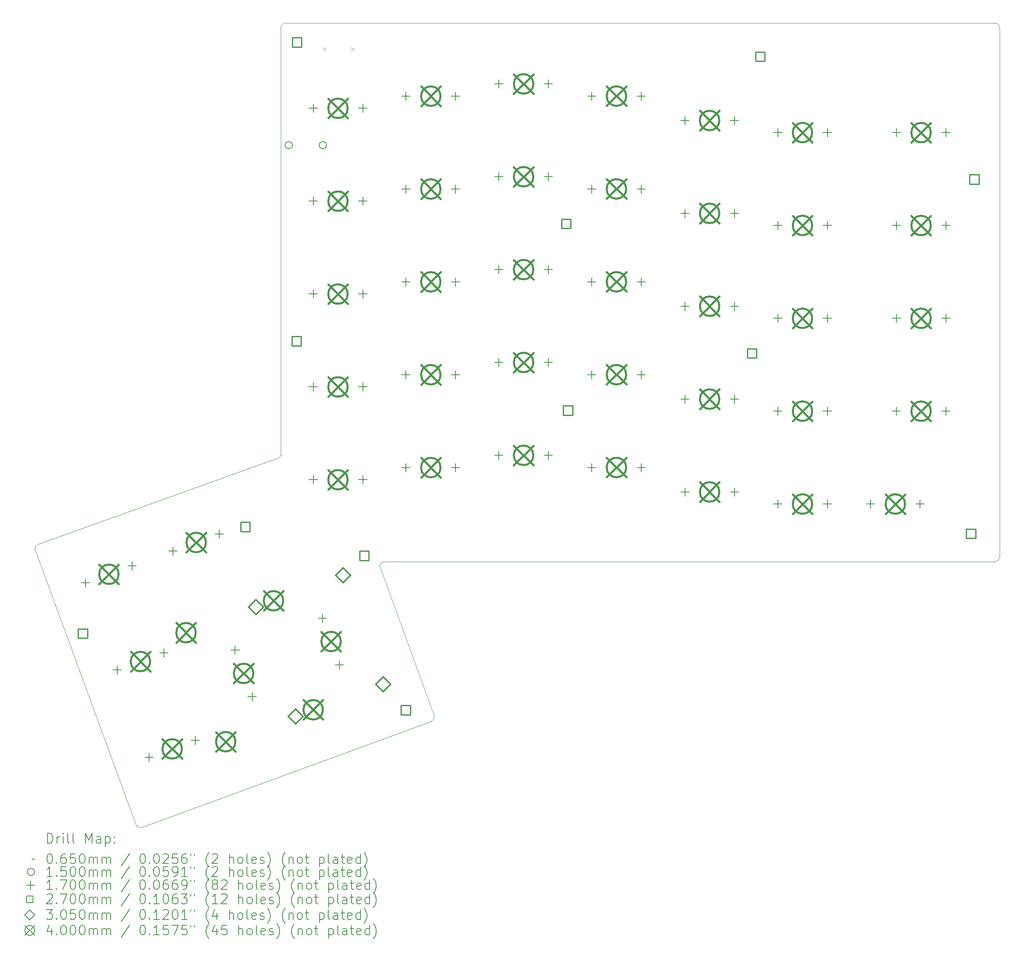
<source format=gbr>
%TF.GenerationSoftware,KiCad,Pcbnew,7.0.5*%
%TF.CreationDate,2025-01-08T21:55:05-05:00*%
%TF.ProjectId,JasonSplitErgoKeyboard_Right,4a61736f-6e53-4706-9c69-744572676f4b,rev?*%
%TF.SameCoordinates,Original*%
%TF.FileFunction,Drillmap*%
%TF.FilePolarity,Positive*%
%FSLAX45Y45*%
G04 Gerber Fmt 4.5, Leading zero omitted, Abs format (unit mm)*
G04 Created by KiCad (PCBNEW 7.0.5) date 2025-01-08 21:55:05*
%MOMM*%
%LPD*%
G01*
G04 APERTURE LIST*
%ADD10C,0.100000*%
%ADD11C,0.200000*%
%ADD12C,0.065000*%
%ADD13C,0.150000*%
%ADD14C,0.170000*%
%ADD15C,0.270000*%
%ADD16C,0.305000*%
%ADD17C,0.400000*%
G04 APERTURE END LIST*
D10*
X13489000Y-5704000D02*
G75*
G03*
X13389000Y-5804000I0J-100000D01*
G01*
X13325422Y-14633290D02*
G75*
G03*
X13389000Y-14575913I-16422J82110D01*
G01*
X13389000Y-14575913D02*
X13389000Y-5804000D01*
X10411389Y-22124412D02*
G75*
G03*
X10557000Y-22203289I105611J21122D01*
G01*
X28029000Y-16753290D02*
G75*
G03*
X28129000Y-16653289I0J100000D01*
G01*
X28129000Y-16653289D02*
X28129000Y-5804000D01*
X28029000Y-16753289D02*
X15519000Y-16753289D01*
X8349000Y-16513289D02*
X10411388Y-22124412D01*
X15419000Y-16853289D02*
X16539000Y-19933289D01*
X13489000Y-5704000D02*
X28029000Y-5704000D01*
X16472526Y-20033289D02*
X10557000Y-22203289D01*
X8429000Y-16393290D02*
G75*
G03*
X8349000Y-16513289I20000J-100000D01*
G01*
X8429000Y-16393289D02*
X13325422Y-14633289D01*
X28129000Y-5804000D02*
G75*
G03*
X28029000Y-5704000I-100000J0D01*
G01*
X15519000Y-16753290D02*
G75*
G03*
X15419000Y-16853289I0J-100000D01*
G01*
X16472528Y-20033293D02*
G75*
G03*
X16539000Y-19933289I-42018J100023D01*
G01*
D11*
D12*
X14254500Y-6207500D02*
X14319500Y-6272500D01*
X14319500Y-6207500D02*
X14254500Y-6272500D01*
X14832500Y-6207500D02*
X14897500Y-6272500D01*
X14897500Y-6207500D02*
X14832500Y-6272500D01*
D13*
X13627500Y-8210000D02*
G75*
G03*
X13627500Y-8210000I-75000J0D01*
G01*
X14327500Y-8210000D02*
G75*
G03*
X14327500Y-8210000I-75000J0D01*
G01*
D14*
X9387701Y-17101983D02*
X9387701Y-17271983D01*
X9302701Y-17186983D02*
X9472701Y-17186983D01*
X10034701Y-18891983D02*
X10034701Y-19061983D01*
X9949701Y-18976983D02*
X10119701Y-18976983D01*
X10342428Y-16754491D02*
X10342428Y-16924491D01*
X10257428Y-16839491D02*
X10427428Y-16839491D01*
X10685272Y-20684493D02*
X10685272Y-20854493D01*
X10600272Y-20769493D02*
X10770272Y-20769493D01*
X10989428Y-18544491D02*
X10989428Y-18714491D01*
X10904428Y-18629491D02*
X11074428Y-18629491D01*
X11176701Y-16449983D02*
X11176701Y-16619983D01*
X11091701Y-16534983D02*
X11261700Y-16534983D01*
X11640000Y-20337000D02*
X11640000Y-20507000D01*
X11555000Y-20422000D02*
X11725000Y-20422000D01*
X12131428Y-16102491D02*
X12131428Y-16272491D01*
X12046428Y-16187491D02*
X12216428Y-16187491D01*
X12453507Y-18485272D02*
X12453507Y-18655272D01*
X12368507Y-18570272D02*
X12538507Y-18570272D01*
X12801000Y-19440000D02*
X12801000Y-19610000D01*
X12716000Y-19525000D02*
X12886000Y-19525000D01*
X14054000Y-7369000D02*
X14054000Y-7539000D01*
X13969000Y-7454000D02*
X14139000Y-7454000D01*
X14054000Y-9274000D02*
X14054000Y-9444000D01*
X13969000Y-9359000D02*
X14139000Y-9359000D01*
X14054000Y-11179000D02*
X14054000Y-11349000D01*
X13969000Y-11264000D02*
X14139000Y-11264000D01*
X14054000Y-13084000D02*
X14054000Y-13254000D01*
X13969000Y-13169000D02*
X14139000Y-13169000D01*
X14054000Y-14989000D02*
X14054000Y-15159000D01*
X13969000Y-15074000D02*
X14139000Y-15074000D01*
X14247254Y-17830636D02*
X14247254Y-18000636D01*
X14162254Y-17915636D02*
X14332254Y-17915636D01*
X14594746Y-18785364D02*
X14594746Y-18955364D01*
X14509746Y-18870364D02*
X14679746Y-18870364D01*
X15070000Y-7369000D02*
X15070000Y-7539000D01*
X14985000Y-7454000D02*
X15155000Y-7454000D01*
X15070000Y-9274000D02*
X15070000Y-9444000D01*
X14985000Y-9359000D02*
X15155000Y-9359000D01*
X15070000Y-11179000D02*
X15070000Y-11349000D01*
X14985000Y-11264000D02*
X15155000Y-11264000D01*
X15070000Y-13084000D02*
X15070000Y-13254000D01*
X14985000Y-13169000D02*
X15155000Y-13169000D01*
X15070000Y-14989000D02*
X15070000Y-15159000D01*
X14985000Y-15074000D02*
X15155000Y-15074000D01*
X15958000Y-7119000D02*
X15958000Y-7289000D01*
X15873000Y-7204000D02*
X16043000Y-7204000D01*
X15958000Y-9024000D02*
X15958000Y-9194000D01*
X15873000Y-9109000D02*
X16043000Y-9109000D01*
X15958000Y-10929000D02*
X15958000Y-11099000D01*
X15873000Y-11014000D02*
X16043000Y-11014000D01*
X15958000Y-12834000D02*
X15958000Y-13004000D01*
X15873000Y-12919000D02*
X16043000Y-12919000D01*
X15958000Y-14739000D02*
X15958000Y-14909000D01*
X15873000Y-14824000D02*
X16043000Y-14824000D01*
X16974000Y-7119000D02*
X16974000Y-7289000D01*
X16889000Y-7204000D02*
X17059000Y-7204000D01*
X16974000Y-9024000D02*
X16974000Y-9194000D01*
X16889000Y-9109000D02*
X17059000Y-9109000D01*
X16974000Y-10929000D02*
X16974000Y-11099000D01*
X16889000Y-11014000D02*
X17059000Y-11014000D01*
X16974000Y-12834000D02*
X16974000Y-13004000D01*
X16889000Y-12919000D02*
X17059000Y-12919000D01*
X16974000Y-14739000D02*
X16974000Y-14909000D01*
X16889000Y-14824000D02*
X17059000Y-14824000D01*
X17860000Y-6868000D02*
X17860000Y-7038000D01*
X17775000Y-6953000D02*
X17945000Y-6953000D01*
X17860000Y-8773000D02*
X17860000Y-8943000D01*
X17775000Y-8858000D02*
X17945000Y-8858000D01*
X17860000Y-10678000D02*
X17860000Y-10848000D01*
X17775000Y-10763000D02*
X17945000Y-10763000D01*
X17860000Y-12583000D02*
X17860000Y-12753000D01*
X17775000Y-12668000D02*
X17945000Y-12668000D01*
X17860000Y-14488000D02*
X17860000Y-14658000D01*
X17775000Y-14573000D02*
X17945000Y-14573000D01*
X18876000Y-6868000D02*
X18876000Y-7038000D01*
X18791000Y-6953000D02*
X18961000Y-6953000D01*
X18876000Y-8773000D02*
X18876000Y-8943000D01*
X18791000Y-8858000D02*
X18961000Y-8858000D01*
X18876000Y-10678000D02*
X18876000Y-10848000D01*
X18791000Y-10763000D02*
X18961000Y-10763000D01*
X18876000Y-12583000D02*
X18876000Y-12753000D01*
X18791000Y-12668000D02*
X18961000Y-12668000D01*
X18876000Y-14488000D02*
X18876000Y-14658000D01*
X18791000Y-14573000D02*
X18961000Y-14573000D01*
X19764000Y-7118000D02*
X19764000Y-7288000D01*
X19679000Y-7203000D02*
X19849000Y-7203000D01*
X19764000Y-9023000D02*
X19764000Y-9193000D01*
X19679000Y-9108000D02*
X19849000Y-9108000D01*
X19764000Y-10928000D02*
X19764000Y-11098000D01*
X19679000Y-11013000D02*
X19849000Y-11013000D01*
X19764000Y-12833000D02*
X19764000Y-13003000D01*
X19679000Y-12918000D02*
X19849000Y-12918000D01*
X19764000Y-14738000D02*
X19764000Y-14908000D01*
X19679000Y-14823000D02*
X19849000Y-14823000D01*
X20780000Y-7118000D02*
X20780000Y-7288000D01*
X20695000Y-7203000D02*
X20865000Y-7203000D01*
X20780000Y-9023000D02*
X20780000Y-9193000D01*
X20695000Y-9108000D02*
X20865000Y-9108000D01*
X20780000Y-10928000D02*
X20780000Y-11098000D01*
X20695000Y-11013000D02*
X20865000Y-11013000D01*
X20780000Y-12833000D02*
X20780000Y-13003000D01*
X20695000Y-12918000D02*
X20865000Y-12918000D01*
X20780000Y-14738000D02*
X20780000Y-14908000D01*
X20695000Y-14823000D02*
X20865000Y-14823000D01*
X21674000Y-7619000D02*
X21674000Y-7789000D01*
X21589000Y-7704000D02*
X21759000Y-7704000D01*
X21675000Y-9524000D02*
X21675000Y-9694000D01*
X21590000Y-9609000D02*
X21760000Y-9609000D01*
X21675000Y-11429000D02*
X21675000Y-11599000D01*
X21590000Y-11514000D02*
X21760000Y-11514000D01*
X21675000Y-13334000D02*
X21675000Y-13504000D01*
X21590000Y-13419000D02*
X21760000Y-13419000D01*
X21675000Y-15239000D02*
X21675000Y-15409000D01*
X21590000Y-15324000D02*
X21760000Y-15324000D01*
X22690000Y-7619000D02*
X22690000Y-7789000D01*
X22605000Y-7704000D02*
X22775000Y-7704000D01*
X22691000Y-9524000D02*
X22691000Y-9694000D01*
X22606000Y-9609000D02*
X22776000Y-9609000D01*
X22691000Y-11429000D02*
X22691000Y-11599000D01*
X22606000Y-11514000D02*
X22776000Y-11514000D01*
X22691000Y-13334000D02*
X22691000Y-13504000D01*
X22606000Y-13419000D02*
X22776000Y-13419000D01*
X22691000Y-15239000D02*
X22691000Y-15409000D01*
X22606000Y-15324000D02*
X22776000Y-15324000D01*
X23579000Y-7867000D02*
X23579000Y-8037000D01*
X23494000Y-7952000D02*
X23664000Y-7952000D01*
X23579000Y-9772000D02*
X23579000Y-9942000D01*
X23494000Y-9857000D02*
X23664000Y-9857000D01*
X23579000Y-11677000D02*
X23579000Y-11847000D01*
X23494000Y-11762000D02*
X23664000Y-11762000D01*
X23579000Y-13582000D02*
X23579000Y-13752000D01*
X23494000Y-13667000D02*
X23664000Y-13667000D01*
X23579000Y-15487000D02*
X23579000Y-15657000D01*
X23494000Y-15572000D02*
X23664000Y-15572000D01*
X24595000Y-7867000D02*
X24595000Y-8037000D01*
X24510000Y-7952000D02*
X24680000Y-7952000D01*
X24595000Y-9772000D02*
X24595000Y-9942000D01*
X24510000Y-9857000D02*
X24680000Y-9857000D01*
X24595000Y-11677000D02*
X24595000Y-11847000D01*
X24510000Y-11762000D02*
X24680000Y-11762000D01*
X24595000Y-13582000D02*
X24595000Y-13752000D01*
X24510000Y-13667000D02*
X24680000Y-13667000D01*
X24595000Y-15487000D02*
X24595000Y-15657000D01*
X24510000Y-15572000D02*
X24680000Y-15572000D01*
X25483000Y-15487000D02*
X25483000Y-15657000D01*
X25398000Y-15572000D02*
X25568000Y-15572000D01*
X26011000Y-7868000D02*
X26011000Y-8038000D01*
X25926000Y-7953000D02*
X26096000Y-7953000D01*
X26011000Y-9773000D02*
X26011000Y-9943000D01*
X25926000Y-9858000D02*
X26096000Y-9858000D01*
X26011000Y-11678000D02*
X26011000Y-11848000D01*
X25926000Y-11763000D02*
X26096000Y-11763000D01*
X26011000Y-13583000D02*
X26011000Y-13753000D01*
X25926000Y-13668000D02*
X26096000Y-13668000D01*
X26499000Y-15487000D02*
X26499000Y-15657000D01*
X26414000Y-15572000D02*
X26584000Y-15572000D01*
X27027000Y-7868000D02*
X27027000Y-8038000D01*
X26942000Y-7953000D02*
X27112000Y-7953000D01*
X27027000Y-9773000D02*
X27027000Y-9943000D01*
X26942000Y-9858000D02*
X27112000Y-9858000D01*
X27027000Y-11678000D02*
X27027000Y-11848000D01*
X26942000Y-11763000D02*
X27112000Y-11763000D01*
X27027000Y-13583000D02*
X27027000Y-13753000D01*
X26942000Y-13668000D02*
X27112000Y-13668000D01*
D15*
X9425460Y-18325460D02*
X9425460Y-18134540D01*
X9234540Y-18134540D01*
X9234540Y-18325460D01*
X9425460Y-18325460D01*
X12755460Y-16135460D02*
X12755460Y-15944540D01*
X12564540Y-15944540D01*
X12564540Y-16135460D01*
X12755460Y-16135460D01*
X13805460Y-12325460D02*
X13805460Y-12134540D01*
X13614540Y-12134540D01*
X13614540Y-12325460D01*
X13805460Y-12325460D01*
X13815460Y-6195460D02*
X13815460Y-6004540D01*
X13624540Y-6004540D01*
X13624540Y-6195460D01*
X13815460Y-6195460D01*
X15195460Y-16725460D02*
X15195460Y-16534540D01*
X15004540Y-16534540D01*
X15004540Y-16725460D01*
X15195460Y-16725460D01*
X16045460Y-19895460D02*
X16045460Y-19704540D01*
X15854540Y-19704540D01*
X15854540Y-19895460D01*
X16045460Y-19895460D01*
X19335460Y-9915460D02*
X19335460Y-9724540D01*
X19144540Y-9724540D01*
X19144540Y-9915460D01*
X19335460Y-9915460D01*
X19375460Y-13745460D02*
X19375460Y-13554540D01*
X19184540Y-13554540D01*
X19184540Y-13745460D01*
X19375460Y-13745460D01*
X23145460Y-12575460D02*
X23145460Y-12384540D01*
X22954540Y-12384540D01*
X22954540Y-12575460D01*
X23145460Y-12575460D01*
X23315460Y-6485460D02*
X23315460Y-6294540D01*
X23124540Y-6294540D01*
X23124540Y-6485460D01*
X23315460Y-6485460D01*
X27635460Y-16275460D02*
X27635460Y-16084540D01*
X27444540Y-16084540D01*
X27444540Y-16275460D01*
X27635460Y-16275460D01*
X27705460Y-9005460D02*
X27705460Y-8814540D01*
X27514540Y-8814540D01*
X27514540Y-9005460D01*
X27705460Y-9005460D01*
D16*
X12878035Y-17842488D02*
X13030535Y-17689988D01*
X12878035Y-17537488D01*
X12725535Y-17689988D01*
X12878035Y-17842488D01*
X13692042Y-20078956D02*
X13844542Y-19926456D01*
X13692042Y-19773956D01*
X13539542Y-19926456D01*
X13692042Y-20078956D01*
X14671781Y-17187852D02*
X14824281Y-17035352D01*
X14671781Y-16882852D01*
X14519281Y-17035352D01*
X14671781Y-17187852D01*
X15485789Y-19424320D02*
X15638289Y-19271820D01*
X15485789Y-19119320D01*
X15333289Y-19271820D01*
X15485789Y-19424320D01*
D17*
X9665064Y-16813237D02*
X10065064Y-17213237D01*
X10065064Y-16813237D02*
X9665064Y-17213237D01*
X10065064Y-17013237D02*
G75*
G03*
X10065064Y-17013237I-200000J0D01*
G01*
X10312064Y-18603237D02*
X10712064Y-19003237D01*
X10712064Y-18603237D02*
X10312064Y-19003237D01*
X10712064Y-18803237D02*
G75*
G03*
X10712064Y-18803237I-200000J0D01*
G01*
X10962636Y-20395746D02*
X11362636Y-20795746D01*
X11362636Y-20395746D02*
X10962636Y-20795746D01*
X11362636Y-20595746D02*
G75*
G03*
X11362636Y-20595746I-200000J0D01*
G01*
X11245943Y-18011227D02*
X11645943Y-18411227D01*
X11645943Y-18011227D02*
X11245943Y-18411227D01*
X11645943Y-18211227D02*
G75*
G03*
X11645943Y-18211227I-200000J0D01*
G01*
X11454064Y-16161237D02*
X11854064Y-16561237D01*
X11854064Y-16161237D02*
X11454064Y-16561237D01*
X11854064Y-16361237D02*
G75*
G03*
X11854064Y-16361237I-200000J0D01*
G01*
X12059951Y-20247695D02*
X12459951Y-20647695D01*
X12459951Y-20247695D02*
X12059951Y-20647695D01*
X12459951Y-20447695D02*
G75*
G03*
X12459951Y-20447695I-200000J0D01*
G01*
X12427254Y-18847636D02*
X12827254Y-19247636D01*
X12827254Y-18847636D02*
X12427254Y-19247636D01*
X12827254Y-19047636D02*
G75*
G03*
X12827254Y-19047636I-200000J0D01*
G01*
X13039689Y-17356590D02*
X13439689Y-17756590D01*
X13439689Y-17356590D02*
X13039689Y-17756590D01*
X13439689Y-17556590D02*
G75*
G03*
X13439689Y-17556590I-200000J0D01*
G01*
X13853697Y-19593059D02*
X14253697Y-19993059D01*
X14253697Y-19593059D02*
X13853697Y-19993059D01*
X14253697Y-19793059D02*
G75*
G03*
X14253697Y-19793059I-200000J0D01*
G01*
X14221000Y-18193000D02*
X14621000Y-18593000D01*
X14621000Y-18193000D02*
X14221000Y-18593000D01*
X14621000Y-18393000D02*
G75*
G03*
X14621000Y-18393000I-200000J0D01*
G01*
X14362000Y-7254000D02*
X14762000Y-7654000D01*
X14762000Y-7254000D02*
X14362000Y-7654000D01*
X14762000Y-7454000D02*
G75*
G03*
X14762000Y-7454000I-200000J0D01*
G01*
X14362000Y-9159000D02*
X14762000Y-9559000D01*
X14762000Y-9159000D02*
X14362000Y-9559000D01*
X14762000Y-9359000D02*
G75*
G03*
X14762000Y-9359000I-200000J0D01*
G01*
X14362000Y-11064000D02*
X14762000Y-11464000D01*
X14762000Y-11064000D02*
X14362000Y-11464000D01*
X14762000Y-11264000D02*
G75*
G03*
X14762000Y-11264000I-200000J0D01*
G01*
X14362000Y-12969000D02*
X14762000Y-13369000D01*
X14762000Y-12969000D02*
X14362000Y-13369000D01*
X14762000Y-13169000D02*
G75*
G03*
X14762000Y-13169000I-200000J0D01*
G01*
X14362000Y-14874000D02*
X14762000Y-15274000D01*
X14762000Y-14874000D02*
X14362000Y-15274000D01*
X14762000Y-15074000D02*
G75*
G03*
X14762000Y-15074000I-200000J0D01*
G01*
X16266000Y-7004000D02*
X16666000Y-7404000D01*
X16666000Y-7004000D02*
X16266000Y-7404000D01*
X16666000Y-7204000D02*
G75*
G03*
X16666000Y-7204000I-200000J0D01*
G01*
X16266000Y-8909000D02*
X16666000Y-9309000D01*
X16666000Y-8909000D02*
X16266000Y-9309000D01*
X16666000Y-9109000D02*
G75*
G03*
X16666000Y-9109000I-200000J0D01*
G01*
X16266000Y-10814000D02*
X16666000Y-11214000D01*
X16666000Y-10814000D02*
X16266000Y-11214000D01*
X16666000Y-11014000D02*
G75*
G03*
X16666000Y-11014000I-200000J0D01*
G01*
X16266000Y-12719000D02*
X16666000Y-13119000D01*
X16666000Y-12719000D02*
X16266000Y-13119000D01*
X16666000Y-12919000D02*
G75*
G03*
X16666000Y-12919000I-200000J0D01*
G01*
X16266000Y-14624000D02*
X16666000Y-15024000D01*
X16666000Y-14624000D02*
X16266000Y-15024000D01*
X16666000Y-14824000D02*
G75*
G03*
X16666000Y-14824000I-200000J0D01*
G01*
X18168000Y-6753000D02*
X18568000Y-7153000D01*
X18568000Y-6753000D02*
X18168000Y-7153000D01*
X18568000Y-6953000D02*
G75*
G03*
X18568000Y-6953000I-200000J0D01*
G01*
X18168000Y-8658000D02*
X18568000Y-9058000D01*
X18568000Y-8658000D02*
X18168000Y-9058000D01*
X18568000Y-8858000D02*
G75*
G03*
X18568000Y-8858000I-200000J0D01*
G01*
X18168000Y-10563000D02*
X18568000Y-10963000D01*
X18568000Y-10563000D02*
X18168000Y-10963000D01*
X18568000Y-10763000D02*
G75*
G03*
X18568000Y-10763000I-200000J0D01*
G01*
X18168000Y-12468000D02*
X18568000Y-12868000D01*
X18568000Y-12468000D02*
X18168000Y-12868000D01*
X18568000Y-12668000D02*
G75*
G03*
X18568000Y-12668000I-200000J0D01*
G01*
X18168000Y-14373000D02*
X18568000Y-14773000D01*
X18568000Y-14373000D02*
X18168000Y-14773000D01*
X18568000Y-14573000D02*
G75*
G03*
X18568000Y-14573000I-200000J0D01*
G01*
X20072000Y-7003000D02*
X20472000Y-7403000D01*
X20472000Y-7003000D02*
X20072000Y-7403000D01*
X20472000Y-7203000D02*
G75*
G03*
X20472000Y-7203000I-200000J0D01*
G01*
X20072000Y-8908000D02*
X20472000Y-9308000D01*
X20472000Y-8908000D02*
X20072000Y-9308000D01*
X20472000Y-9108000D02*
G75*
G03*
X20472000Y-9108000I-200000J0D01*
G01*
X20072000Y-10813000D02*
X20472000Y-11213000D01*
X20472000Y-10813000D02*
X20072000Y-11213000D01*
X20472000Y-11013000D02*
G75*
G03*
X20472000Y-11013000I-200000J0D01*
G01*
X20072000Y-12718000D02*
X20472000Y-13118000D01*
X20472000Y-12718000D02*
X20072000Y-13118000D01*
X20472000Y-12918000D02*
G75*
G03*
X20472000Y-12918000I-200000J0D01*
G01*
X20072000Y-14623000D02*
X20472000Y-15023000D01*
X20472000Y-14623000D02*
X20072000Y-15023000D01*
X20472000Y-14823000D02*
G75*
G03*
X20472000Y-14823000I-200000J0D01*
G01*
X21982000Y-7504000D02*
X22382000Y-7904000D01*
X22382000Y-7504000D02*
X21982000Y-7904000D01*
X22382000Y-7704000D02*
G75*
G03*
X22382000Y-7704000I-200000J0D01*
G01*
X21983000Y-9409000D02*
X22383000Y-9809000D01*
X22383000Y-9409000D02*
X21983000Y-9809000D01*
X22383000Y-9609000D02*
G75*
G03*
X22383000Y-9609000I-200000J0D01*
G01*
X21983000Y-11314000D02*
X22383000Y-11714000D01*
X22383000Y-11314000D02*
X21983000Y-11714000D01*
X22383000Y-11514000D02*
G75*
G03*
X22383000Y-11514000I-200000J0D01*
G01*
X21983000Y-13219000D02*
X22383000Y-13619000D01*
X22383000Y-13219000D02*
X21983000Y-13619000D01*
X22383000Y-13419000D02*
G75*
G03*
X22383000Y-13419000I-200000J0D01*
G01*
X21983000Y-15124000D02*
X22383000Y-15524000D01*
X22383000Y-15124000D02*
X21983000Y-15524000D01*
X22383000Y-15324000D02*
G75*
G03*
X22383000Y-15324000I-200000J0D01*
G01*
X23887000Y-7752000D02*
X24287000Y-8152000D01*
X24287000Y-7752000D02*
X23887000Y-8152000D01*
X24287000Y-7952000D02*
G75*
G03*
X24287000Y-7952000I-200000J0D01*
G01*
X23887000Y-9657000D02*
X24287000Y-10057000D01*
X24287000Y-9657000D02*
X23887000Y-10057000D01*
X24287000Y-9857000D02*
G75*
G03*
X24287000Y-9857000I-200000J0D01*
G01*
X23887000Y-11562000D02*
X24287000Y-11962000D01*
X24287000Y-11562000D02*
X23887000Y-11962000D01*
X24287000Y-11762000D02*
G75*
G03*
X24287000Y-11762000I-200000J0D01*
G01*
X23887000Y-13467000D02*
X24287000Y-13867000D01*
X24287000Y-13467000D02*
X23887000Y-13867000D01*
X24287000Y-13667000D02*
G75*
G03*
X24287000Y-13667000I-200000J0D01*
G01*
X23887000Y-15372000D02*
X24287000Y-15772000D01*
X24287000Y-15372000D02*
X23887000Y-15772000D01*
X24287000Y-15572000D02*
G75*
G03*
X24287000Y-15572000I-200000J0D01*
G01*
X25791000Y-15372000D02*
X26191000Y-15772000D01*
X26191000Y-15372000D02*
X25791000Y-15772000D01*
X26191000Y-15572000D02*
G75*
G03*
X26191000Y-15572000I-200000J0D01*
G01*
X26319000Y-7753000D02*
X26719000Y-8153000D01*
X26719000Y-7753000D02*
X26319000Y-8153000D01*
X26719000Y-7953000D02*
G75*
G03*
X26719000Y-7953000I-200000J0D01*
G01*
X26319000Y-9658000D02*
X26719000Y-10058000D01*
X26719000Y-9658000D02*
X26319000Y-10058000D01*
X26719000Y-9858000D02*
G75*
G03*
X26719000Y-9858000I-200000J0D01*
G01*
X26319000Y-11563000D02*
X26719000Y-11963000D01*
X26719000Y-11563000D02*
X26319000Y-11963000D01*
X26719000Y-11763000D02*
G75*
G03*
X26719000Y-11763000I-200000J0D01*
G01*
X26319000Y-13468000D02*
X26719000Y-13868000D01*
X26719000Y-13468000D02*
X26319000Y-13868000D01*
X26719000Y-13668000D02*
G75*
G03*
X26719000Y-13668000I-200000J0D01*
G01*
D11*
X8602797Y-22527476D02*
X8602797Y-22327476D01*
X8602797Y-22327476D02*
X8650416Y-22327476D01*
X8650416Y-22327476D02*
X8678987Y-22337000D01*
X8678987Y-22337000D02*
X8698035Y-22356048D01*
X8698035Y-22356048D02*
X8707559Y-22375095D01*
X8707559Y-22375095D02*
X8717082Y-22413191D01*
X8717082Y-22413191D02*
X8717082Y-22441762D01*
X8717082Y-22441762D02*
X8707559Y-22479857D01*
X8707559Y-22479857D02*
X8698035Y-22498905D01*
X8698035Y-22498905D02*
X8678987Y-22517953D01*
X8678987Y-22517953D02*
X8650416Y-22527476D01*
X8650416Y-22527476D02*
X8602797Y-22527476D01*
X8802797Y-22527476D02*
X8802797Y-22394143D01*
X8802797Y-22432238D02*
X8812320Y-22413191D01*
X8812320Y-22413191D02*
X8821844Y-22403667D01*
X8821844Y-22403667D02*
X8840892Y-22394143D01*
X8840892Y-22394143D02*
X8859940Y-22394143D01*
X8926606Y-22527476D02*
X8926606Y-22394143D01*
X8926606Y-22327476D02*
X8917082Y-22337000D01*
X8917082Y-22337000D02*
X8926606Y-22346524D01*
X8926606Y-22346524D02*
X8936130Y-22337000D01*
X8936130Y-22337000D02*
X8926606Y-22327476D01*
X8926606Y-22327476D02*
X8926606Y-22346524D01*
X9050416Y-22527476D02*
X9031368Y-22517953D01*
X9031368Y-22517953D02*
X9021844Y-22498905D01*
X9021844Y-22498905D02*
X9021844Y-22327476D01*
X9155178Y-22527476D02*
X9136130Y-22517953D01*
X9136130Y-22517953D02*
X9126606Y-22498905D01*
X9126606Y-22498905D02*
X9126606Y-22327476D01*
X9383749Y-22527476D02*
X9383749Y-22327476D01*
X9383749Y-22327476D02*
X9450416Y-22470333D01*
X9450416Y-22470333D02*
X9517082Y-22327476D01*
X9517082Y-22327476D02*
X9517082Y-22527476D01*
X9698035Y-22527476D02*
X9698035Y-22422714D01*
X9698035Y-22422714D02*
X9688511Y-22403667D01*
X9688511Y-22403667D02*
X9669463Y-22394143D01*
X9669463Y-22394143D02*
X9631368Y-22394143D01*
X9631368Y-22394143D02*
X9612320Y-22403667D01*
X9698035Y-22517953D02*
X9678987Y-22527476D01*
X9678987Y-22527476D02*
X9631368Y-22527476D01*
X9631368Y-22527476D02*
X9612320Y-22517953D01*
X9612320Y-22517953D02*
X9602797Y-22498905D01*
X9602797Y-22498905D02*
X9602797Y-22479857D01*
X9602797Y-22479857D02*
X9612320Y-22460810D01*
X9612320Y-22460810D02*
X9631368Y-22451286D01*
X9631368Y-22451286D02*
X9678987Y-22451286D01*
X9678987Y-22451286D02*
X9698035Y-22441762D01*
X9793273Y-22394143D02*
X9793273Y-22594143D01*
X9793273Y-22403667D02*
X9812320Y-22394143D01*
X9812320Y-22394143D02*
X9850416Y-22394143D01*
X9850416Y-22394143D02*
X9869463Y-22403667D01*
X9869463Y-22403667D02*
X9878987Y-22413191D01*
X9878987Y-22413191D02*
X9888511Y-22432238D01*
X9888511Y-22432238D02*
X9888511Y-22489381D01*
X9888511Y-22489381D02*
X9878987Y-22508429D01*
X9878987Y-22508429D02*
X9869463Y-22517953D01*
X9869463Y-22517953D02*
X9850416Y-22527476D01*
X9850416Y-22527476D02*
X9812320Y-22527476D01*
X9812320Y-22527476D02*
X9793273Y-22517953D01*
X9974225Y-22508429D02*
X9983749Y-22517953D01*
X9983749Y-22517953D02*
X9974225Y-22527476D01*
X9974225Y-22527476D02*
X9964701Y-22517953D01*
X9964701Y-22517953D02*
X9974225Y-22508429D01*
X9974225Y-22508429D02*
X9974225Y-22527476D01*
X9974225Y-22403667D02*
X9983749Y-22413191D01*
X9983749Y-22413191D02*
X9974225Y-22422714D01*
X9974225Y-22422714D02*
X9964701Y-22413191D01*
X9964701Y-22413191D02*
X9974225Y-22403667D01*
X9974225Y-22403667D02*
X9974225Y-22422714D01*
D12*
X8277020Y-22823493D02*
X8342020Y-22888493D01*
X8342020Y-22823493D02*
X8277020Y-22888493D01*
D11*
X8640892Y-22747476D02*
X8659940Y-22747476D01*
X8659940Y-22747476D02*
X8678987Y-22757000D01*
X8678987Y-22757000D02*
X8688511Y-22766524D01*
X8688511Y-22766524D02*
X8698035Y-22785572D01*
X8698035Y-22785572D02*
X8707559Y-22823667D01*
X8707559Y-22823667D02*
X8707559Y-22871286D01*
X8707559Y-22871286D02*
X8698035Y-22909381D01*
X8698035Y-22909381D02*
X8688511Y-22928429D01*
X8688511Y-22928429D02*
X8678987Y-22937953D01*
X8678987Y-22937953D02*
X8659940Y-22947476D01*
X8659940Y-22947476D02*
X8640892Y-22947476D01*
X8640892Y-22947476D02*
X8621844Y-22937953D01*
X8621844Y-22937953D02*
X8612320Y-22928429D01*
X8612320Y-22928429D02*
X8602797Y-22909381D01*
X8602797Y-22909381D02*
X8593273Y-22871286D01*
X8593273Y-22871286D02*
X8593273Y-22823667D01*
X8593273Y-22823667D02*
X8602797Y-22785572D01*
X8602797Y-22785572D02*
X8612320Y-22766524D01*
X8612320Y-22766524D02*
X8621844Y-22757000D01*
X8621844Y-22757000D02*
X8640892Y-22747476D01*
X8793273Y-22928429D02*
X8802797Y-22937953D01*
X8802797Y-22937953D02*
X8793273Y-22947476D01*
X8793273Y-22947476D02*
X8783749Y-22937953D01*
X8783749Y-22937953D02*
X8793273Y-22928429D01*
X8793273Y-22928429D02*
X8793273Y-22947476D01*
X8974225Y-22747476D02*
X8936130Y-22747476D01*
X8936130Y-22747476D02*
X8917082Y-22757000D01*
X8917082Y-22757000D02*
X8907559Y-22766524D01*
X8907559Y-22766524D02*
X8888511Y-22795095D01*
X8888511Y-22795095D02*
X8878987Y-22833191D01*
X8878987Y-22833191D02*
X8878987Y-22909381D01*
X8878987Y-22909381D02*
X8888511Y-22928429D01*
X8888511Y-22928429D02*
X8898035Y-22937953D01*
X8898035Y-22937953D02*
X8917082Y-22947476D01*
X8917082Y-22947476D02*
X8955178Y-22947476D01*
X8955178Y-22947476D02*
X8974225Y-22937953D01*
X8974225Y-22937953D02*
X8983749Y-22928429D01*
X8983749Y-22928429D02*
X8993273Y-22909381D01*
X8993273Y-22909381D02*
X8993273Y-22861762D01*
X8993273Y-22861762D02*
X8983749Y-22842714D01*
X8983749Y-22842714D02*
X8974225Y-22833191D01*
X8974225Y-22833191D02*
X8955178Y-22823667D01*
X8955178Y-22823667D02*
X8917082Y-22823667D01*
X8917082Y-22823667D02*
X8898035Y-22833191D01*
X8898035Y-22833191D02*
X8888511Y-22842714D01*
X8888511Y-22842714D02*
X8878987Y-22861762D01*
X9174225Y-22747476D02*
X9078987Y-22747476D01*
X9078987Y-22747476D02*
X9069463Y-22842714D01*
X9069463Y-22842714D02*
X9078987Y-22833191D01*
X9078987Y-22833191D02*
X9098035Y-22823667D01*
X9098035Y-22823667D02*
X9145654Y-22823667D01*
X9145654Y-22823667D02*
X9164701Y-22833191D01*
X9164701Y-22833191D02*
X9174225Y-22842714D01*
X9174225Y-22842714D02*
X9183749Y-22861762D01*
X9183749Y-22861762D02*
X9183749Y-22909381D01*
X9183749Y-22909381D02*
X9174225Y-22928429D01*
X9174225Y-22928429D02*
X9164701Y-22937953D01*
X9164701Y-22937953D02*
X9145654Y-22947476D01*
X9145654Y-22947476D02*
X9098035Y-22947476D01*
X9098035Y-22947476D02*
X9078987Y-22937953D01*
X9078987Y-22937953D02*
X9069463Y-22928429D01*
X9307559Y-22747476D02*
X9326606Y-22747476D01*
X9326606Y-22747476D02*
X9345654Y-22757000D01*
X9345654Y-22757000D02*
X9355178Y-22766524D01*
X9355178Y-22766524D02*
X9364701Y-22785572D01*
X9364701Y-22785572D02*
X9374225Y-22823667D01*
X9374225Y-22823667D02*
X9374225Y-22871286D01*
X9374225Y-22871286D02*
X9364701Y-22909381D01*
X9364701Y-22909381D02*
X9355178Y-22928429D01*
X9355178Y-22928429D02*
X9345654Y-22937953D01*
X9345654Y-22937953D02*
X9326606Y-22947476D01*
X9326606Y-22947476D02*
X9307559Y-22947476D01*
X9307559Y-22947476D02*
X9288511Y-22937953D01*
X9288511Y-22937953D02*
X9278987Y-22928429D01*
X9278987Y-22928429D02*
X9269463Y-22909381D01*
X9269463Y-22909381D02*
X9259940Y-22871286D01*
X9259940Y-22871286D02*
X9259940Y-22823667D01*
X9259940Y-22823667D02*
X9269463Y-22785572D01*
X9269463Y-22785572D02*
X9278987Y-22766524D01*
X9278987Y-22766524D02*
X9288511Y-22757000D01*
X9288511Y-22757000D02*
X9307559Y-22747476D01*
X9459940Y-22947476D02*
X9459940Y-22814143D01*
X9459940Y-22833191D02*
X9469463Y-22823667D01*
X9469463Y-22823667D02*
X9488511Y-22814143D01*
X9488511Y-22814143D02*
X9517082Y-22814143D01*
X9517082Y-22814143D02*
X9536130Y-22823667D01*
X9536130Y-22823667D02*
X9545654Y-22842714D01*
X9545654Y-22842714D02*
X9545654Y-22947476D01*
X9545654Y-22842714D02*
X9555178Y-22823667D01*
X9555178Y-22823667D02*
X9574225Y-22814143D01*
X9574225Y-22814143D02*
X9602797Y-22814143D01*
X9602797Y-22814143D02*
X9621844Y-22823667D01*
X9621844Y-22823667D02*
X9631368Y-22842714D01*
X9631368Y-22842714D02*
X9631368Y-22947476D01*
X9726606Y-22947476D02*
X9726606Y-22814143D01*
X9726606Y-22833191D02*
X9736130Y-22823667D01*
X9736130Y-22823667D02*
X9755178Y-22814143D01*
X9755178Y-22814143D02*
X9783749Y-22814143D01*
X9783749Y-22814143D02*
X9802797Y-22823667D01*
X9802797Y-22823667D02*
X9812321Y-22842714D01*
X9812321Y-22842714D02*
X9812321Y-22947476D01*
X9812321Y-22842714D02*
X9821844Y-22823667D01*
X9821844Y-22823667D02*
X9840892Y-22814143D01*
X9840892Y-22814143D02*
X9869463Y-22814143D01*
X9869463Y-22814143D02*
X9888511Y-22823667D01*
X9888511Y-22823667D02*
X9898035Y-22842714D01*
X9898035Y-22842714D02*
X9898035Y-22947476D01*
X10288511Y-22737953D02*
X10117083Y-22995095D01*
X10545654Y-22747476D02*
X10564702Y-22747476D01*
X10564702Y-22747476D02*
X10583749Y-22757000D01*
X10583749Y-22757000D02*
X10593273Y-22766524D01*
X10593273Y-22766524D02*
X10602797Y-22785572D01*
X10602797Y-22785572D02*
X10612321Y-22823667D01*
X10612321Y-22823667D02*
X10612321Y-22871286D01*
X10612321Y-22871286D02*
X10602797Y-22909381D01*
X10602797Y-22909381D02*
X10593273Y-22928429D01*
X10593273Y-22928429D02*
X10583749Y-22937953D01*
X10583749Y-22937953D02*
X10564702Y-22947476D01*
X10564702Y-22947476D02*
X10545654Y-22947476D01*
X10545654Y-22947476D02*
X10526606Y-22937953D01*
X10526606Y-22937953D02*
X10517083Y-22928429D01*
X10517083Y-22928429D02*
X10507559Y-22909381D01*
X10507559Y-22909381D02*
X10498035Y-22871286D01*
X10498035Y-22871286D02*
X10498035Y-22823667D01*
X10498035Y-22823667D02*
X10507559Y-22785572D01*
X10507559Y-22785572D02*
X10517083Y-22766524D01*
X10517083Y-22766524D02*
X10526606Y-22757000D01*
X10526606Y-22757000D02*
X10545654Y-22747476D01*
X10698035Y-22928429D02*
X10707559Y-22937953D01*
X10707559Y-22937953D02*
X10698035Y-22947476D01*
X10698035Y-22947476D02*
X10688511Y-22937953D01*
X10688511Y-22937953D02*
X10698035Y-22928429D01*
X10698035Y-22928429D02*
X10698035Y-22947476D01*
X10831368Y-22747476D02*
X10850416Y-22747476D01*
X10850416Y-22747476D02*
X10869464Y-22757000D01*
X10869464Y-22757000D02*
X10878987Y-22766524D01*
X10878987Y-22766524D02*
X10888511Y-22785572D01*
X10888511Y-22785572D02*
X10898035Y-22823667D01*
X10898035Y-22823667D02*
X10898035Y-22871286D01*
X10898035Y-22871286D02*
X10888511Y-22909381D01*
X10888511Y-22909381D02*
X10878987Y-22928429D01*
X10878987Y-22928429D02*
X10869464Y-22937953D01*
X10869464Y-22937953D02*
X10850416Y-22947476D01*
X10850416Y-22947476D02*
X10831368Y-22947476D01*
X10831368Y-22947476D02*
X10812321Y-22937953D01*
X10812321Y-22937953D02*
X10802797Y-22928429D01*
X10802797Y-22928429D02*
X10793273Y-22909381D01*
X10793273Y-22909381D02*
X10783749Y-22871286D01*
X10783749Y-22871286D02*
X10783749Y-22823667D01*
X10783749Y-22823667D02*
X10793273Y-22785572D01*
X10793273Y-22785572D02*
X10802797Y-22766524D01*
X10802797Y-22766524D02*
X10812321Y-22757000D01*
X10812321Y-22757000D02*
X10831368Y-22747476D01*
X10974225Y-22766524D02*
X10983749Y-22757000D01*
X10983749Y-22757000D02*
X11002797Y-22747476D01*
X11002797Y-22747476D02*
X11050416Y-22747476D01*
X11050416Y-22747476D02*
X11069464Y-22757000D01*
X11069464Y-22757000D02*
X11078987Y-22766524D01*
X11078987Y-22766524D02*
X11088511Y-22785572D01*
X11088511Y-22785572D02*
X11088511Y-22804619D01*
X11088511Y-22804619D02*
X11078987Y-22833191D01*
X11078987Y-22833191D02*
X10964702Y-22947476D01*
X10964702Y-22947476D02*
X11088511Y-22947476D01*
X11269463Y-22747476D02*
X11174225Y-22747476D01*
X11174225Y-22747476D02*
X11164702Y-22842714D01*
X11164702Y-22842714D02*
X11174225Y-22833191D01*
X11174225Y-22833191D02*
X11193273Y-22823667D01*
X11193273Y-22823667D02*
X11240892Y-22823667D01*
X11240892Y-22823667D02*
X11259940Y-22833191D01*
X11259940Y-22833191D02*
X11269463Y-22842714D01*
X11269463Y-22842714D02*
X11278987Y-22861762D01*
X11278987Y-22861762D02*
X11278987Y-22909381D01*
X11278987Y-22909381D02*
X11269463Y-22928429D01*
X11269463Y-22928429D02*
X11259940Y-22937953D01*
X11259940Y-22937953D02*
X11240892Y-22947476D01*
X11240892Y-22947476D02*
X11193273Y-22947476D01*
X11193273Y-22947476D02*
X11174225Y-22937953D01*
X11174225Y-22937953D02*
X11164702Y-22928429D01*
X11450416Y-22747476D02*
X11412321Y-22747476D01*
X11412321Y-22747476D02*
X11393273Y-22757000D01*
X11393273Y-22757000D02*
X11383749Y-22766524D01*
X11383749Y-22766524D02*
X11364702Y-22795095D01*
X11364702Y-22795095D02*
X11355178Y-22833191D01*
X11355178Y-22833191D02*
X11355178Y-22909381D01*
X11355178Y-22909381D02*
X11364702Y-22928429D01*
X11364702Y-22928429D02*
X11374225Y-22937953D01*
X11374225Y-22937953D02*
X11393273Y-22947476D01*
X11393273Y-22947476D02*
X11431368Y-22947476D01*
X11431368Y-22947476D02*
X11450416Y-22937953D01*
X11450416Y-22937953D02*
X11459940Y-22928429D01*
X11459940Y-22928429D02*
X11469463Y-22909381D01*
X11469463Y-22909381D02*
X11469463Y-22861762D01*
X11469463Y-22861762D02*
X11459940Y-22842714D01*
X11459940Y-22842714D02*
X11450416Y-22833191D01*
X11450416Y-22833191D02*
X11431368Y-22823667D01*
X11431368Y-22823667D02*
X11393273Y-22823667D01*
X11393273Y-22823667D02*
X11374225Y-22833191D01*
X11374225Y-22833191D02*
X11364702Y-22842714D01*
X11364702Y-22842714D02*
X11355178Y-22861762D01*
X11545654Y-22747476D02*
X11545654Y-22785572D01*
X11621844Y-22747476D02*
X11621844Y-22785572D01*
X11917083Y-23023667D02*
X11907559Y-23014143D01*
X11907559Y-23014143D02*
X11888511Y-22985572D01*
X11888511Y-22985572D02*
X11878987Y-22966524D01*
X11878987Y-22966524D02*
X11869464Y-22937953D01*
X11869464Y-22937953D02*
X11859940Y-22890333D01*
X11859940Y-22890333D02*
X11859940Y-22852238D01*
X11859940Y-22852238D02*
X11869464Y-22804619D01*
X11869464Y-22804619D02*
X11878987Y-22776048D01*
X11878987Y-22776048D02*
X11888511Y-22757000D01*
X11888511Y-22757000D02*
X11907559Y-22728429D01*
X11907559Y-22728429D02*
X11917083Y-22718905D01*
X11983749Y-22766524D02*
X11993273Y-22757000D01*
X11993273Y-22757000D02*
X12012321Y-22747476D01*
X12012321Y-22747476D02*
X12059940Y-22747476D01*
X12059940Y-22747476D02*
X12078987Y-22757000D01*
X12078987Y-22757000D02*
X12088511Y-22766524D01*
X12088511Y-22766524D02*
X12098035Y-22785572D01*
X12098035Y-22785572D02*
X12098035Y-22804619D01*
X12098035Y-22804619D02*
X12088511Y-22833191D01*
X12088511Y-22833191D02*
X11974225Y-22947476D01*
X11974225Y-22947476D02*
X12098035Y-22947476D01*
X12336130Y-22947476D02*
X12336130Y-22747476D01*
X12421845Y-22947476D02*
X12421845Y-22842714D01*
X12421845Y-22842714D02*
X12412321Y-22823667D01*
X12412321Y-22823667D02*
X12393273Y-22814143D01*
X12393273Y-22814143D02*
X12364702Y-22814143D01*
X12364702Y-22814143D02*
X12345654Y-22823667D01*
X12345654Y-22823667D02*
X12336130Y-22833191D01*
X12545654Y-22947476D02*
X12526606Y-22937953D01*
X12526606Y-22937953D02*
X12517083Y-22928429D01*
X12517083Y-22928429D02*
X12507559Y-22909381D01*
X12507559Y-22909381D02*
X12507559Y-22852238D01*
X12507559Y-22852238D02*
X12517083Y-22833191D01*
X12517083Y-22833191D02*
X12526606Y-22823667D01*
X12526606Y-22823667D02*
X12545654Y-22814143D01*
X12545654Y-22814143D02*
X12574226Y-22814143D01*
X12574226Y-22814143D02*
X12593273Y-22823667D01*
X12593273Y-22823667D02*
X12602797Y-22833191D01*
X12602797Y-22833191D02*
X12612321Y-22852238D01*
X12612321Y-22852238D02*
X12612321Y-22909381D01*
X12612321Y-22909381D02*
X12602797Y-22928429D01*
X12602797Y-22928429D02*
X12593273Y-22937953D01*
X12593273Y-22937953D02*
X12574226Y-22947476D01*
X12574226Y-22947476D02*
X12545654Y-22947476D01*
X12726606Y-22947476D02*
X12707559Y-22937953D01*
X12707559Y-22937953D02*
X12698035Y-22918905D01*
X12698035Y-22918905D02*
X12698035Y-22747476D01*
X12878987Y-22937953D02*
X12859940Y-22947476D01*
X12859940Y-22947476D02*
X12821845Y-22947476D01*
X12821845Y-22947476D02*
X12802797Y-22937953D01*
X12802797Y-22937953D02*
X12793273Y-22918905D01*
X12793273Y-22918905D02*
X12793273Y-22842714D01*
X12793273Y-22842714D02*
X12802797Y-22823667D01*
X12802797Y-22823667D02*
X12821845Y-22814143D01*
X12821845Y-22814143D02*
X12859940Y-22814143D01*
X12859940Y-22814143D02*
X12878987Y-22823667D01*
X12878987Y-22823667D02*
X12888511Y-22842714D01*
X12888511Y-22842714D02*
X12888511Y-22861762D01*
X12888511Y-22861762D02*
X12793273Y-22880810D01*
X12964702Y-22937953D02*
X12983749Y-22947476D01*
X12983749Y-22947476D02*
X13021845Y-22947476D01*
X13021845Y-22947476D02*
X13040892Y-22937953D01*
X13040892Y-22937953D02*
X13050416Y-22918905D01*
X13050416Y-22918905D02*
X13050416Y-22909381D01*
X13050416Y-22909381D02*
X13040892Y-22890333D01*
X13040892Y-22890333D02*
X13021845Y-22880810D01*
X13021845Y-22880810D02*
X12993273Y-22880810D01*
X12993273Y-22880810D02*
X12974226Y-22871286D01*
X12974226Y-22871286D02*
X12964702Y-22852238D01*
X12964702Y-22852238D02*
X12964702Y-22842714D01*
X12964702Y-22842714D02*
X12974226Y-22823667D01*
X12974226Y-22823667D02*
X12993273Y-22814143D01*
X12993273Y-22814143D02*
X13021845Y-22814143D01*
X13021845Y-22814143D02*
X13040892Y-22823667D01*
X13117083Y-23023667D02*
X13126607Y-23014143D01*
X13126607Y-23014143D02*
X13145654Y-22985572D01*
X13145654Y-22985572D02*
X13155178Y-22966524D01*
X13155178Y-22966524D02*
X13164702Y-22937953D01*
X13164702Y-22937953D02*
X13174226Y-22890333D01*
X13174226Y-22890333D02*
X13174226Y-22852238D01*
X13174226Y-22852238D02*
X13164702Y-22804619D01*
X13164702Y-22804619D02*
X13155178Y-22776048D01*
X13155178Y-22776048D02*
X13145654Y-22757000D01*
X13145654Y-22757000D02*
X13126607Y-22728429D01*
X13126607Y-22728429D02*
X13117083Y-22718905D01*
X13478988Y-23023667D02*
X13469464Y-23014143D01*
X13469464Y-23014143D02*
X13450416Y-22985572D01*
X13450416Y-22985572D02*
X13440892Y-22966524D01*
X13440892Y-22966524D02*
X13431368Y-22937953D01*
X13431368Y-22937953D02*
X13421845Y-22890333D01*
X13421845Y-22890333D02*
X13421845Y-22852238D01*
X13421845Y-22852238D02*
X13431368Y-22804619D01*
X13431368Y-22804619D02*
X13440892Y-22776048D01*
X13440892Y-22776048D02*
X13450416Y-22757000D01*
X13450416Y-22757000D02*
X13469464Y-22728429D01*
X13469464Y-22728429D02*
X13478988Y-22718905D01*
X13555178Y-22814143D02*
X13555178Y-22947476D01*
X13555178Y-22833191D02*
X13564702Y-22823667D01*
X13564702Y-22823667D02*
X13583749Y-22814143D01*
X13583749Y-22814143D02*
X13612321Y-22814143D01*
X13612321Y-22814143D02*
X13631368Y-22823667D01*
X13631368Y-22823667D02*
X13640892Y-22842714D01*
X13640892Y-22842714D02*
X13640892Y-22947476D01*
X13764702Y-22947476D02*
X13745654Y-22937953D01*
X13745654Y-22937953D02*
X13736130Y-22928429D01*
X13736130Y-22928429D02*
X13726607Y-22909381D01*
X13726607Y-22909381D02*
X13726607Y-22852238D01*
X13726607Y-22852238D02*
X13736130Y-22833191D01*
X13736130Y-22833191D02*
X13745654Y-22823667D01*
X13745654Y-22823667D02*
X13764702Y-22814143D01*
X13764702Y-22814143D02*
X13793273Y-22814143D01*
X13793273Y-22814143D02*
X13812321Y-22823667D01*
X13812321Y-22823667D02*
X13821845Y-22833191D01*
X13821845Y-22833191D02*
X13831368Y-22852238D01*
X13831368Y-22852238D02*
X13831368Y-22909381D01*
X13831368Y-22909381D02*
X13821845Y-22928429D01*
X13821845Y-22928429D02*
X13812321Y-22937953D01*
X13812321Y-22937953D02*
X13793273Y-22947476D01*
X13793273Y-22947476D02*
X13764702Y-22947476D01*
X13888511Y-22814143D02*
X13964702Y-22814143D01*
X13917083Y-22747476D02*
X13917083Y-22918905D01*
X13917083Y-22918905D02*
X13926607Y-22937953D01*
X13926607Y-22937953D02*
X13945654Y-22947476D01*
X13945654Y-22947476D02*
X13964702Y-22947476D01*
X14183749Y-22814143D02*
X14183749Y-23014143D01*
X14183749Y-22823667D02*
X14202797Y-22814143D01*
X14202797Y-22814143D02*
X14240892Y-22814143D01*
X14240892Y-22814143D02*
X14259940Y-22823667D01*
X14259940Y-22823667D02*
X14269464Y-22833191D01*
X14269464Y-22833191D02*
X14278988Y-22852238D01*
X14278988Y-22852238D02*
X14278988Y-22909381D01*
X14278988Y-22909381D02*
X14269464Y-22928429D01*
X14269464Y-22928429D02*
X14259940Y-22937953D01*
X14259940Y-22937953D02*
X14240892Y-22947476D01*
X14240892Y-22947476D02*
X14202797Y-22947476D01*
X14202797Y-22947476D02*
X14183749Y-22937953D01*
X14393273Y-22947476D02*
X14374226Y-22937953D01*
X14374226Y-22937953D02*
X14364702Y-22918905D01*
X14364702Y-22918905D02*
X14364702Y-22747476D01*
X14555178Y-22947476D02*
X14555178Y-22842714D01*
X14555178Y-22842714D02*
X14545654Y-22823667D01*
X14545654Y-22823667D02*
X14526607Y-22814143D01*
X14526607Y-22814143D02*
X14488511Y-22814143D01*
X14488511Y-22814143D02*
X14469464Y-22823667D01*
X14555178Y-22937953D02*
X14536130Y-22947476D01*
X14536130Y-22947476D02*
X14488511Y-22947476D01*
X14488511Y-22947476D02*
X14469464Y-22937953D01*
X14469464Y-22937953D02*
X14459940Y-22918905D01*
X14459940Y-22918905D02*
X14459940Y-22899857D01*
X14459940Y-22899857D02*
X14469464Y-22880810D01*
X14469464Y-22880810D02*
X14488511Y-22871286D01*
X14488511Y-22871286D02*
X14536130Y-22871286D01*
X14536130Y-22871286D02*
X14555178Y-22861762D01*
X14621845Y-22814143D02*
X14698035Y-22814143D01*
X14650416Y-22747476D02*
X14650416Y-22918905D01*
X14650416Y-22918905D02*
X14659940Y-22937953D01*
X14659940Y-22937953D02*
X14678988Y-22947476D01*
X14678988Y-22947476D02*
X14698035Y-22947476D01*
X14840892Y-22937953D02*
X14821845Y-22947476D01*
X14821845Y-22947476D02*
X14783749Y-22947476D01*
X14783749Y-22947476D02*
X14764702Y-22937953D01*
X14764702Y-22937953D02*
X14755178Y-22918905D01*
X14755178Y-22918905D02*
X14755178Y-22842714D01*
X14755178Y-22842714D02*
X14764702Y-22823667D01*
X14764702Y-22823667D02*
X14783749Y-22814143D01*
X14783749Y-22814143D02*
X14821845Y-22814143D01*
X14821845Y-22814143D02*
X14840892Y-22823667D01*
X14840892Y-22823667D02*
X14850416Y-22842714D01*
X14850416Y-22842714D02*
X14850416Y-22861762D01*
X14850416Y-22861762D02*
X14755178Y-22880810D01*
X15021845Y-22947476D02*
X15021845Y-22747476D01*
X15021845Y-22937953D02*
X15002797Y-22947476D01*
X15002797Y-22947476D02*
X14964702Y-22947476D01*
X14964702Y-22947476D02*
X14945654Y-22937953D01*
X14945654Y-22937953D02*
X14936130Y-22928429D01*
X14936130Y-22928429D02*
X14926607Y-22909381D01*
X14926607Y-22909381D02*
X14926607Y-22852238D01*
X14926607Y-22852238D02*
X14936130Y-22833191D01*
X14936130Y-22833191D02*
X14945654Y-22823667D01*
X14945654Y-22823667D02*
X14964702Y-22814143D01*
X14964702Y-22814143D02*
X15002797Y-22814143D01*
X15002797Y-22814143D02*
X15021845Y-22823667D01*
X15098035Y-23023667D02*
X15107559Y-23014143D01*
X15107559Y-23014143D02*
X15126607Y-22985572D01*
X15126607Y-22985572D02*
X15136130Y-22966524D01*
X15136130Y-22966524D02*
X15145654Y-22937953D01*
X15145654Y-22937953D02*
X15155178Y-22890333D01*
X15155178Y-22890333D02*
X15155178Y-22852238D01*
X15155178Y-22852238D02*
X15145654Y-22804619D01*
X15145654Y-22804619D02*
X15136130Y-22776048D01*
X15136130Y-22776048D02*
X15126607Y-22757000D01*
X15126607Y-22757000D02*
X15107559Y-22728429D01*
X15107559Y-22728429D02*
X15098035Y-22718905D01*
D13*
X8342020Y-23119993D02*
G75*
G03*
X8342020Y-23119993I-75000J0D01*
G01*
D11*
X8707559Y-23211476D02*
X8593273Y-23211476D01*
X8650416Y-23211476D02*
X8650416Y-23011476D01*
X8650416Y-23011476D02*
X8631368Y-23040048D01*
X8631368Y-23040048D02*
X8612320Y-23059095D01*
X8612320Y-23059095D02*
X8593273Y-23068619D01*
X8793273Y-23192429D02*
X8802797Y-23201953D01*
X8802797Y-23201953D02*
X8793273Y-23211476D01*
X8793273Y-23211476D02*
X8783749Y-23201953D01*
X8783749Y-23201953D02*
X8793273Y-23192429D01*
X8793273Y-23192429D02*
X8793273Y-23211476D01*
X8983749Y-23011476D02*
X8888511Y-23011476D01*
X8888511Y-23011476D02*
X8878987Y-23106714D01*
X8878987Y-23106714D02*
X8888511Y-23097191D01*
X8888511Y-23097191D02*
X8907559Y-23087667D01*
X8907559Y-23087667D02*
X8955178Y-23087667D01*
X8955178Y-23087667D02*
X8974225Y-23097191D01*
X8974225Y-23097191D02*
X8983749Y-23106714D01*
X8983749Y-23106714D02*
X8993273Y-23125762D01*
X8993273Y-23125762D02*
X8993273Y-23173381D01*
X8993273Y-23173381D02*
X8983749Y-23192429D01*
X8983749Y-23192429D02*
X8974225Y-23201953D01*
X8974225Y-23201953D02*
X8955178Y-23211476D01*
X8955178Y-23211476D02*
X8907559Y-23211476D01*
X8907559Y-23211476D02*
X8888511Y-23201953D01*
X8888511Y-23201953D02*
X8878987Y-23192429D01*
X9117082Y-23011476D02*
X9136130Y-23011476D01*
X9136130Y-23011476D02*
X9155178Y-23021000D01*
X9155178Y-23021000D02*
X9164701Y-23030524D01*
X9164701Y-23030524D02*
X9174225Y-23049572D01*
X9174225Y-23049572D02*
X9183749Y-23087667D01*
X9183749Y-23087667D02*
X9183749Y-23135286D01*
X9183749Y-23135286D02*
X9174225Y-23173381D01*
X9174225Y-23173381D02*
X9164701Y-23192429D01*
X9164701Y-23192429D02*
X9155178Y-23201953D01*
X9155178Y-23201953D02*
X9136130Y-23211476D01*
X9136130Y-23211476D02*
X9117082Y-23211476D01*
X9117082Y-23211476D02*
X9098035Y-23201953D01*
X9098035Y-23201953D02*
X9088511Y-23192429D01*
X9088511Y-23192429D02*
X9078987Y-23173381D01*
X9078987Y-23173381D02*
X9069463Y-23135286D01*
X9069463Y-23135286D02*
X9069463Y-23087667D01*
X9069463Y-23087667D02*
X9078987Y-23049572D01*
X9078987Y-23049572D02*
X9088511Y-23030524D01*
X9088511Y-23030524D02*
X9098035Y-23021000D01*
X9098035Y-23021000D02*
X9117082Y-23011476D01*
X9307559Y-23011476D02*
X9326606Y-23011476D01*
X9326606Y-23011476D02*
X9345654Y-23021000D01*
X9345654Y-23021000D02*
X9355178Y-23030524D01*
X9355178Y-23030524D02*
X9364701Y-23049572D01*
X9364701Y-23049572D02*
X9374225Y-23087667D01*
X9374225Y-23087667D02*
X9374225Y-23135286D01*
X9374225Y-23135286D02*
X9364701Y-23173381D01*
X9364701Y-23173381D02*
X9355178Y-23192429D01*
X9355178Y-23192429D02*
X9345654Y-23201953D01*
X9345654Y-23201953D02*
X9326606Y-23211476D01*
X9326606Y-23211476D02*
X9307559Y-23211476D01*
X9307559Y-23211476D02*
X9288511Y-23201953D01*
X9288511Y-23201953D02*
X9278987Y-23192429D01*
X9278987Y-23192429D02*
X9269463Y-23173381D01*
X9269463Y-23173381D02*
X9259940Y-23135286D01*
X9259940Y-23135286D02*
X9259940Y-23087667D01*
X9259940Y-23087667D02*
X9269463Y-23049572D01*
X9269463Y-23049572D02*
X9278987Y-23030524D01*
X9278987Y-23030524D02*
X9288511Y-23021000D01*
X9288511Y-23021000D02*
X9307559Y-23011476D01*
X9459940Y-23211476D02*
X9459940Y-23078143D01*
X9459940Y-23097191D02*
X9469463Y-23087667D01*
X9469463Y-23087667D02*
X9488511Y-23078143D01*
X9488511Y-23078143D02*
X9517082Y-23078143D01*
X9517082Y-23078143D02*
X9536130Y-23087667D01*
X9536130Y-23087667D02*
X9545654Y-23106714D01*
X9545654Y-23106714D02*
X9545654Y-23211476D01*
X9545654Y-23106714D02*
X9555178Y-23087667D01*
X9555178Y-23087667D02*
X9574225Y-23078143D01*
X9574225Y-23078143D02*
X9602797Y-23078143D01*
X9602797Y-23078143D02*
X9621844Y-23087667D01*
X9621844Y-23087667D02*
X9631368Y-23106714D01*
X9631368Y-23106714D02*
X9631368Y-23211476D01*
X9726606Y-23211476D02*
X9726606Y-23078143D01*
X9726606Y-23097191D02*
X9736130Y-23087667D01*
X9736130Y-23087667D02*
X9755178Y-23078143D01*
X9755178Y-23078143D02*
X9783749Y-23078143D01*
X9783749Y-23078143D02*
X9802797Y-23087667D01*
X9802797Y-23087667D02*
X9812321Y-23106714D01*
X9812321Y-23106714D02*
X9812321Y-23211476D01*
X9812321Y-23106714D02*
X9821844Y-23087667D01*
X9821844Y-23087667D02*
X9840892Y-23078143D01*
X9840892Y-23078143D02*
X9869463Y-23078143D01*
X9869463Y-23078143D02*
X9888511Y-23087667D01*
X9888511Y-23087667D02*
X9898035Y-23106714D01*
X9898035Y-23106714D02*
X9898035Y-23211476D01*
X10288511Y-23001953D02*
X10117083Y-23259095D01*
X10545654Y-23011476D02*
X10564702Y-23011476D01*
X10564702Y-23011476D02*
X10583749Y-23021000D01*
X10583749Y-23021000D02*
X10593273Y-23030524D01*
X10593273Y-23030524D02*
X10602797Y-23049572D01*
X10602797Y-23049572D02*
X10612321Y-23087667D01*
X10612321Y-23087667D02*
X10612321Y-23135286D01*
X10612321Y-23135286D02*
X10602797Y-23173381D01*
X10602797Y-23173381D02*
X10593273Y-23192429D01*
X10593273Y-23192429D02*
X10583749Y-23201953D01*
X10583749Y-23201953D02*
X10564702Y-23211476D01*
X10564702Y-23211476D02*
X10545654Y-23211476D01*
X10545654Y-23211476D02*
X10526606Y-23201953D01*
X10526606Y-23201953D02*
X10517083Y-23192429D01*
X10517083Y-23192429D02*
X10507559Y-23173381D01*
X10507559Y-23173381D02*
X10498035Y-23135286D01*
X10498035Y-23135286D02*
X10498035Y-23087667D01*
X10498035Y-23087667D02*
X10507559Y-23049572D01*
X10507559Y-23049572D02*
X10517083Y-23030524D01*
X10517083Y-23030524D02*
X10526606Y-23021000D01*
X10526606Y-23021000D02*
X10545654Y-23011476D01*
X10698035Y-23192429D02*
X10707559Y-23201953D01*
X10707559Y-23201953D02*
X10698035Y-23211476D01*
X10698035Y-23211476D02*
X10688511Y-23201953D01*
X10688511Y-23201953D02*
X10698035Y-23192429D01*
X10698035Y-23192429D02*
X10698035Y-23211476D01*
X10831368Y-23011476D02*
X10850416Y-23011476D01*
X10850416Y-23011476D02*
X10869464Y-23021000D01*
X10869464Y-23021000D02*
X10878987Y-23030524D01*
X10878987Y-23030524D02*
X10888511Y-23049572D01*
X10888511Y-23049572D02*
X10898035Y-23087667D01*
X10898035Y-23087667D02*
X10898035Y-23135286D01*
X10898035Y-23135286D02*
X10888511Y-23173381D01*
X10888511Y-23173381D02*
X10878987Y-23192429D01*
X10878987Y-23192429D02*
X10869464Y-23201953D01*
X10869464Y-23201953D02*
X10850416Y-23211476D01*
X10850416Y-23211476D02*
X10831368Y-23211476D01*
X10831368Y-23211476D02*
X10812321Y-23201953D01*
X10812321Y-23201953D02*
X10802797Y-23192429D01*
X10802797Y-23192429D02*
X10793273Y-23173381D01*
X10793273Y-23173381D02*
X10783749Y-23135286D01*
X10783749Y-23135286D02*
X10783749Y-23087667D01*
X10783749Y-23087667D02*
X10793273Y-23049572D01*
X10793273Y-23049572D02*
X10802797Y-23030524D01*
X10802797Y-23030524D02*
X10812321Y-23021000D01*
X10812321Y-23021000D02*
X10831368Y-23011476D01*
X11078987Y-23011476D02*
X10983749Y-23011476D01*
X10983749Y-23011476D02*
X10974225Y-23106714D01*
X10974225Y-23106714D02*
X10983749Y-23097191D01*
X10983749Y-23097191D02*
X11002797Y-23087667D01*
X11002797Y-23087667D02*
X11050416Y-23087667D01*
X11050416Y-23087667D02*
X11069464Y-23097191D01*
X11069464Y-23097191D02*
X11078987Y-23106714D01*
X11078987Y-23106714D02*
X11088511Y-23125762D01*
X11088511Y-23125762D02*
X11088511Y-23173381D01*
X11088511Y-23173381D02*
X11078987Y-23192429D01*
X11078987Y-23192429D02*
X11069464Y-23201953D01*
X11069464Y-23201953D02*
X11050416Y-23211476D01*
X11050416Y-23211476D02*
X11002797Y-23211476D01*
X11002797Y-23211476D02*
X10983749Y-23201953D01*
X10983749Y-23201953D02*
X10974225Y-23192429D01*
X11183749Y-23211476D02*
X11221844Y-23211476D01*
X11221844Y-23211476D02*
X11240892Y-23201953D01*
X11240892Y-23201953D02*
X11250416Y-23192429D01*
X11250416Y-23192429D02*
X11269463Y-23163857D01*
X11269463Y-23163857D02*
X11278987Y-23125762D01*
X11278987Y-23125762D02*
X11278987Y-23049572D01*
X11278987Y-23049572D02*
X11269463Y-23030524D01*
X11269463Y-23030524D02*
X11259940Y-23021000D01*
X11259940Y-23021000D02*
X11240892Y-23011476D01*
X11240892Y-23011476D02*
X11202797Y-23011476D01*
X11202797Y-23011476D02*
X11183749Y-23021000D01*
X11183749Y-23021000D02*
X11174225Y-23030524D01*
X11174225Y-23030524D02*
X11164702Y-23049572D01*
X11164702Y-23049572D02*
X11164702Y-23097191D01*
X11164702Y-23097191D02*
X11174225Y-23116238D01*
X11174225Y-23116238D02*
X11183749Y-23125762D01*
X11183749Y-23125762D02*
X11202797Y-23135286D01*
X11202797Y-23135286D02*
X11240892Y-23135286D01*
X11240892Y-23135286D02*
X11259940Y-23125762D01*
X11259940Y-23125762D02*
X11269463Y-23116238D01*
X11269463Y-23116238D02*
X11278987Y-23097191D01*
X11469463Y-23211476D02*
X11355178Y-23211476D01*
X11412321Y-23211476D02*
X11412321Y-23011476D01*
X11412321Y-23011476D02*
X11393273Y-23040048D01*
X11393273Y-23040048D02*
X11374225Y-23059095D01*
X11374225Y-23059095D02*
X11355178Y-23068619D01*
X11545654Y-23011476D02*
X11545654Y-23049572D01*
X11621844Y-23011476D02*
X11621844Y-23049572D01*
X11917083Y-23287667D02*
X11907559Y-23278143D01*
X11907559Y-23278143D02*
X11888511Y-23249572D01*
X11888511Y-23249572D02*
X11878987Y-23230524D01*
X11878987Y-23230524D02*
X11869464Y-23201953D01*
X11869464Y-23201953D02*
X11859940Y-23154333D01*
X11859940Y-23154333D02*
X11859940Y-23116238D01*
X11859940Y-23116238D02*
X11869464Y-23068619D01*
X11869464Y-23068619D02*
X11878987Y-23040048D01*
X11878987Y-23040048D02*
X11888511Y-23021000D01*
X11888511Y-23021000D02*
X11907559Y-22992429D01*
X11907559Y-22992429D02*
X11917083Y-22982905D01*
X11983749Y-23030524D02*
X11993273Y-23021000D01*
X11993273Y-23021000D02*
X12012321Y-23011476D01*
X12012321Y-23011476D02*
X12059940Y-23011476D01*
X12059940Y-23011476D02*
X12078987Y-23021000D01*
X12078987Y-23021000D02*
X12088511Y-23030524D01*
X12088511Y-23030524D02*
X12098035Y-23049572D01*
X12098035Y-23049572D02*
X12098035Y-23068619D01*
X12098035Y-23068619D02*
X12088511Y-23097191D01*
X12088511Y-23097191D02*
X11974225Y-23211476D01*
X11974225Y-23211476D02*
X12098035Y-23211476D01*
X12336130Y-23211476D02*
X12336130Y-23011476D01*
X12421845Y-23211476D02*
X12421845Y-23106714D01*
X12421845Y-23106714D02*
X12412321Y-23087667D01*
X12412321Y-23087667D02*
X12393273Y-23078143D01*
X12393273Y-23078143D02*
X12364702Y-23078143D01*
X12364702Y-23078143D02*
X12345654Y-23087667D01*
X12345654Y-23087667D02*
X12336130Y-23097191D01*
X12545654Y-23211476D02*
X12526606Y-23201953D01*
X12526606Y-23201953D02*
X12517083Y-23192429D01*
X12517083Y-23192429D02*
X12507559Y-23173381D01*
X12507559Y-23173381D02*
X12507559Y-23116238D01*
X12507559Y-23116238D02*
X12517083Y-23097191D01*
X12517083Y-23097191D02*
X12526606Y-23087667D01*
X12526606Y-23087667D02*
X12545654Y-23078143D01*
X12545654Y-23078143D02*
X12574226Y-23078143D01*
X12574226Y-23078143D02*
X12593273Y-23087667D01*
X12593273Y-23087667D02*
X12602797Y-23097191D01*
X12602797Y-23097191D02*
X12612321Y-23116238D01*
X12612321Y-23116238D02*
X12612321Y-23173381D01*
X12612321Y-23173381D02*
X12602797Y-23192429D01*
X12602797Y-23192429D02*
X12593273Y-23201953D01*
X12593273Y-23201953D02*
X12574226Y-23211476D01*
X12574226Y-23211476D02*
X12545654Y-23211476D01*
X12726606Y-23211476D02*
X12707559Y-23201953D01*
X12707559Y-23201953D02*
X12698035Y-23182905D01*
X12698035Y-23182905D02*
X12698035Y-23011476D01*
X12878987Y-23201953D02*
X12859940Y-23211476D01*
X12859940Y-23211476D02*
X12821845Y-23211476D01*
X12821845Y-23211476D02*
X12802797Y-23201953D01*
X12802797Y-23201953D02*
X12793273Y-23182905D01*
X12793273Y-23182905D02*
X12793273Y-23106714D01*
X12793273Y-23106714D02*
X12802797Y-23087667D01*
X12802797Y-23087667D02*
X12821845Y-23078143D01*
X12821845Y-23078143D02*
X12859940Y-23078143D01*
X12859940Y-23078143D02*
X12878987Y-23087667D01*
X12878987Y-23087667D02*
X12888511Y-23106714D01*
X12888511Y-23106714D02*
X12888511Y-23125762D01*
X12888511Y-23125762D02*
X12793273Y-23144810D01*
X12964702Y-23201953D02*
X12983749Y-23211476D01*
X12983749Y-23211476D02*
X13021845Y-23211476D01*
X13021845Y-23211476D02*
X13040892Y-23201953D01*
X13040892Y-23201953D02*
X13050416Y-23182905D01*
X13050416Y-23182905D02*
X13050416Y-23173381D01*
X13050416Y-23173381D02*
X13040892Y-23154333D01*
X13040892Y-23154333D02*
X13021845Y-23144810D01*
X13021845Y-23144810D02*
X12993273Y-23144810D01*
X12993273Y-23144810D02*
X12974226Y-23135286D01*
X12974226Y-23135286D02*
X12964702Y-23116238D01*
X12964702Y-23116238D02*
X12964702Y-23106714D01*
X12964702Y-23106714D02*
X12974226Y-23087667D01*
X12974226Y-23087667D02*
X12993273Y-23078143D01*
X12993273Y-23078143D02*
X13021845Y-23078143D01*
X13021845Y-23078143D02*
X13040892Y-23087667D01*
X13117083Y-23287667D02*
X13126607Y-23278143D01*
X13126607Y-23278143D02*
X13145654Y-23249572D01*
X13145654Y-23249572D02*
X13155178Y-23230524D01*
X13155178Y-23230524D02*
X13164702Y-23201953D01*
X13164702Y-23201953D02*
X13174226Y-23154333D01*
X13174226Y-23154333D02*
X13174226Y-23116238D01*
X13174226Y-23116238D02*
X13164702Y-23068619D01*
X13164702Y-23068619D02*
X13155178Y-23040048D01*
X13155178Y-23040048D02*
X13145654Y-23021000D01*
X13145654Y-23021000D02*
X13126607Y-22992429D01*
X13126607Y-22992429D02*
X13117083Y-22982905D01*
X13478988Y-23287667D02*
X13469464Y-23278143D01*
X13469464Y-23278143D02*
X13450416Y-23249572D01*
X13450416Y-23249572D02*
X13440892Y-23230524D01*
X13440892Y-23230524D02*
X13431368Y-23201953D01*
X13431368Y-23201953D02*
X13421845Y-23154333D01*
X13421845Y-23154333D02*
X13421845Y-23116238D01*
X13421845Y-23116238D02*
X13431368Y-23068619D01*
X13431368Y-23068619D02*
X13440892Y-23040048D01*
X13440892Y-23040048D02*
X13450416Y-23021000D01*
X13450416Y-23021000D02*
X13469464Y-22992429D01*
X13469464Y-22992429D02*
X13478988Y-22982905D01*
X13555178Y-23078143D02*
X13555178Y-23211476D01*
X13555178Y-23097191D02*
X13564702Y-23087667D01*
X13564702Y-23087667D02*
X13583749Y-23078143D01*
X13583749Y-23078143D02*
X13612321Y-23078143D01*
X13612321Y-23078143D02*
X13631368Y-23087667D01*
X13631368Y-23087667D02*
X13640892Y-23106714D01*
X13640892Y-23106714D02*
X13640892Y-23211476D01*
X13764702Y-23211476D02*
X13745654Y-23201953D01*
X13745654Y-23201953D02*
X13736130Y-23192429D01*
X13736130Y-23192429D02*
X13726607Y-23173381D01*
X13726607Y-23173381D02*
X13726607Y-23116238D01*
X13726607Y-23116238D02*
X13736130Y-23097191D01*
X13736130Y-23097191D02*
X13745654Y-23087667D01*
X13745654Y-23087667D02*
X13764702Y-23078143D01*
X13764702Y-23078143D02*
X13793273Y-23078143D01*
X13793273Y-23078143D02*
X13812321Y-23087667D01*
X13812321Y-23087667D02*
X13821845Y-23097191D01*
X13821845Y-23097191D02*
X13831368Y-23116238D01*
X13831368Y-23116238D02*
X13831368Y-23173381D01*
X13831368Y-23173381D02*
X13821845Y-23192429D01*
X13821845Y-23192429D02*
X13812321Y-23201953D01*
X13812321Y-23201953D02*
X13793273Y-23211476D01*
X13793273Y-23211476D02*
X13764702Y-23211476D01*
X13888511Y-23078143D02*
X13964702Y-23078143D01*
X13917083Y-23011476D02*
X13917083Y-23182905D01*
X13917083Y-23182905D02*
X13926607Y-23201953D01*
X13926607Y-23201953D02*
X13945654Y-23211476D01*
X13945654Y-23211476D02*
X13964702Y-23211476D01*
X14183749Y-23078143D02*
X14183749Y-23278143D01*
X14183749Y-23087667D02*
X14202797Y-23078143D01*
X14202797Y-23078143D02*
X14240892Y-23078143D01*
X14240892Y-23078143D02*
X14259940Y-23087667D01*
X14259940Y-23087667D02*
X14269464Y-23097191D01*
X14269464Y-23097191D02*
X14278988Y-23116238D01*
X14278988Y-23116238D02*
X14278988Y-23173381D01*
X14278988Y-23173381D02*
X14269464Y-23192429D01*
X14269464Y-23192429D02*
X14259940Y-23201953D01*
X14259940Y-23201953D02*
X14240892Y-23211476D01*
X14240892Y-23211476D02*
X14202797Y-23211476D01*
X14202797Y-23211476D02*
X14183749Y-23201953D01*
X14393273Y-23211476D02*
X14374226Y-23201953D01*
X14374226Y-23201953D02*
X14364702Y-23182905D01*
X14364702Y-23182905D02*
X14364702Y-23011476D01*
X14555178Y-23211476D02*
X14555178Y-23106714D01*
X14555178Y-23106714D02*
X14545654Y-23087667D01*
X14545654Y-23087667D02*
X14526607Y-23078143D01*
X14526607Y-23078143D02*
X14488511Y-23078143D01*
X14488511Y-23078143D02*
X14469464Y-23087667D01*
X14555178Y-23201953D02*
X14536130Y-23211476D01*
X14536130Y-23211476D02*
X14488511Y-23211476D01*
X14488511Y-23211476D02*
X14469464Y-23201953D01*
X14469464Y-23201953D02*
X14459940Y-23182905D01*
X14459940Y-23182905D02*
X14459940Y-23163857D01*
X14459940Y-23163857D02*
X14469464Y-23144810D01*
X14469464Y-23144810D02*
X14488511Y-23135286D01*
X14488511Y-23135286D02*
X14536130Y-23135286D01*
X14536130Y-23135286D02*
X14555178Y-23125762D01*
X14621845Y-23078143D02*
X14698035Y-23078143D01*
X14650416Y-23011476D02*
X14650416Y-23182905D01*
X14650416Y-23182905D02*
X14659940Y-23201953D01*
X14659940Y-23201953D02*
X14678988Y-23211476D01*
X14678988Y-23211476D02*
X14698035Y-23211476D01*
X14840892Y-23201953D02*
X14821845Y-23211476D01*
X14821845Y-23211476D02*
X14783749Y-23211476D01*
X14783749Y-23211476D02*
X14764702Y-23201953D01*
X14764702Y-23201953D02*
X14755178Y-23182905D01*
X14755178Y-23182905D02*
X14755178Y-23106714D01*
X14755178Y-23106714D02*
X14764702Y-23087667D01*
X14764702Y-23087667D02*
X14783749Y-23078143D01*
X14783749Y-23078143D02*
X14821845Y-23078143D01*
X14821845Y-23078143D02*
X14840892Y-23087667D01*
X14840892Y-23087667D02*
X14850416Y-23106714D01*
X14850416Y-23106714D02*
X14850416Y-23125762D01*
X14850416Y-23125762D02*
X14755178Y-23144810D01*
X15021845Y-23211476D02*
X15021845Y-23011476D01*
X15021845Y-23201953D02*
X15002797Y-23211476D01*
X15002797Y-23211476D02*
X14964702Y-23211476D01*
X14964702Y-23211476D02*
X14945654Y-23201953D01*
X14945654Y-23201953D02*
X14936130Y-23192429D01*
X14936130Y-23192429D02*
X14926607Y-23173381D01*
X14926607Y-23173381D02*
X14926607Y-23116238D01*
X14926607Y-23116238D02*
X14936130Y-23097191D01*
X14936130Y-23097191D02*
X14945654Y-23087667D01*
X14945654Y-23087667D02*
X14964702Y-23078143D01*
X14964702Y-23078143D02*
X15002797Y-23078143D01*
X15002797Y-23078143D02*
X15021845Y-23087667D01*
X15098035Y-23287667D02*
X15107559Y-23278143D01*
X15107559Y-23278143D02*
X15126607Y-23249572D01*
X15126607Y-23249572D02*
X15136130Y-23230524D01*
X15136130Y-23230524D02*
X15145654Y-23201953D01*
X15145654Y-23201953D02*
X15155178Y-23154333D01*
X15155178Y-23154333D02*
X15155178Y-23116238D01*
X15155178Y-23116238D02*
X15145654Y-23068619D01*
X15145654Y-23068619D02*
X15136130Y-23040048D01*
X15136130Y-23040048D02*
X15126607Y-23021000D01*
X15126607Y-23021000D02*
X15107559Y-22992429D01*
X15107559Y-22992429D02*
X15098035Y-22982905D01*
D14*
X8257020Y-23304993D02*
X8257020Y-23474993D01*
X8172020Y-23389993D02*
X8342020Y-23389993D01*
D11*
X8707559Y-23481476D02*
X8593273Y-23481476D01*
X8650416Y-23481476D02*
X8650416Y-23281476D01*
X8650416Y-23281476D02*
X8631368Y-23310048D01*
X8631368Y-23310048D02*
X8612320Y-23329095D01*
X8612320Y-23329095D02*
X8593273Y-23338619D01*
X8793273Y-23462429D02*
X8802797Y-23471953D01*
X8802797Y-23471953D02*
X8793273Y-23481476D01*
X8793273Y-23481476D02*
X8783749Y-23471953D01*
X8783749Y-23471953D02*
X8793273Y-23462429D01*
X8793273Y-23462429D02*
X8793273Y-23481476D01*
X8869463Y-23281476D02*
X9002797Y-23281476D01*
X9002797Y-23281476D02*
X8917082Y-23481476D01*
X9117082Y-23281476D02*
X9136130Y-23281476D01*
X9136130Y-23281476D02*
X9155178Y-23291000D01*
X9155178Y-23291000D02*
X9164701Y-23300524D01*
X9164701Y-23300524D02*
X9174225Y-23319572D01*
X9174225Y-23319572D02*
X9183749Y-23357667D01*
X9183749Y-23357667D02*
X9183749Y-23405286D01*
X9183749Y-23405286D02*
X9174225Y-23443381D01*
X9174225Y-23443381D02*
X9164701Y-23462429D01*
X9164701Y-23462429D02*
X9155178Y-23471953D01*
X9155178Y-23471953D02*
X9136130Y-23481476D01*
X9136130Y-23481476D02*
X9117082Y-23481476D01*
X9117082Y-23481476D02*
X9098035Y-23471953D01*
X9098035Y-23471953D02*
X9088511Y-23462429D01*
X9088511Y-23462429D02*
X9078987Y-23443381D01*
X9078987Y-23443381D02*
X9069463Y-23405286D01*
X9069463Y-23405286D02*
X9069463Y-23357667D01*
X9069463Y-23357667D02*
X9078987Y-23319572D01*
X9078987Y-23319572D02*
X9088511Y-23300524D01*
X9088511Y-23300524D02*
X9098035Y-23291000D01*
X9098035Y-23291000D02*
X9117082Y-23281476D01*
X9307559Y-23281476D02*
X9326606Y-23281476D01*
X9326606Y-23281476D02*
X9345654Y-23291000D01*
X9345654Y-23291000D02*
X9355178Y-23300524D01*
X9355178Y-23300524D02*
X9364701Y-23319572D01*
X9364701Y-23319572D02*
X9374225Y-23357667D01*
X9374225Y-23357667D02*
X9374225Y-23405286D01*
X9374225Y-23405286D02*
X9364701Y-23443381D01*
X9364701Y-23443381D02*
X9355178Y-23462429D01*
X9355178Y-23462429D02*
X9345654Y-23471953D01*
X9345654Y-23471953D02*
X9326606Y-23481476D01*
X9326606Y-23481476D02*
X9307559Y-23481476D01*
X9307559Y-23481476D02*
X9288511Y-23471953D01*
X9288511Y-23471953D02*
X9278987Y-23462429D01*
X9278987Y-23462429D02*
X9269463Y-23443381D01*
X9269463Y-23443381D02*
X9259940Y-23405286D01*
X9259940Y-23405286D02*
X9259940Y-23357667D01*
X9259940Y-23357667D02*
X9269463Y-23319572D01*
X9269463Y-23319572D02*
X9278987Y-23300524D01*
X9278987Y-23300524D02*
X9288511Y-23291000D01*
X9288511Y-23291000D02*
X9307559Y-23281476D01*
X9459940Y-23481476D02*
X9459940Y-23348143D01*
X9459940Y-23367191D02*
X9469463Y-23357667D01*
X9469463Y-23357667D02*
X9488511Y-23348143D01*
X9488511Y-23348143D02*
X9517082Y-23348143D01*
X9517082Y-23348143D02*
X9536130Y-23357667D01*
X9536130Y-23357667D02*
X9545654Y-23376714D01*
X9545654Y-23376714D02*
X9545654Y-23481476D01*
X9545654Y-23376714D02*
X9555178Y-23357667D01*
X9555178Y-23357667D02*
X9574225Y-23348143D01*
X9574225Y-23348143D02*
X9602797Y-23348143D01*
X9602797Y-23348143D02*
X9621844Y-23357667D01*
X9621844Y-23357667D02*
X9631368Y-23376714D01*
X9631368Y-23376714D02*
X9631368Y-23481476D01*
X9726606Y-23481476D02*
X9726606Y-23348143D01*
X9726606Y-23367191D02*
X9736130Y-23357667D01*
X9736130Y-23357667D02*
X9755178Y-23348143D01*
X9755178Y-23348143D02*
X9783749Y-23348143D01*
X9783749Y-23348143D02*
X9802797Y-23357667D01*
X9802797Y-23357667D02*
X9812321Y-23376714D01*
X9812321Y-23376714D02*
X9812321Y-23481476D01*
X9812321Y-23376714D02*
X9821844Y-23357667D01*
X9821844Y-23357667D02*
X9840892Y-23348143D01*
X9840892Y-23348143D02*
X9869463Y-23348143D01*
X9869463Y-23348143D02*
X9888511Y-23357667D01*
X9888511Y-23357667D02*
X9898035Y-23376714D01*
X9898035Y-23376714D02*
X9898035Y-23481476D01*
X10288511Y-23271953D02*
X10117083Y-23529095D01*
X10545654Y-23281476D02*
X10564702Y-23281476D01*
X10564702Y-23281476D02*
X10583749Y-23291000D01*
X10583749Y-23291000D02*
X10593273Y-23300524D01*
X10593273Y-23300524D02*
X10602797Y-23319572D01*
X10602797Y-23319572D02*
X10612321Y-23357667D01*
X10612321Y-23357667D02*
X10612321Y-23405286D01*
X10612321Y-23405286D02*
X10602797Y-23443381D01*
X10602797Y-23443381D02*
X10593273Y-23462429D01*
X10593273Y-23462429D02*
X10583749Y-23471953D01*
X10583749Y-23471953D02*
X10564702Y-23481476D01*
X10564702Y-23481476D02*
X10545654Y-23481476D01*
X10545654Y-23481476D02*
X10526606Y-23471953D01*
X10526606Y-23471953D02*
X10517083Y-23462429D01*
X10517083Y-23462429D02*
X10507559Y-23443381D01*
X10507559Y-23443381D02*
X10498035Y-23405286D01*
X10498035Y-23405286D02*
X10498035Y-23357667D01*
X10498035Y-23357667D02*
X10507559Y-23319572D01*
X10507559Y-23319572D02*
X10517083Y-23300524D01*
X10517083Y-23300524D02*
X10526606Y-23291000D01*
X10526606Y-23291000D02*
X10545654Y-23281476D01*
X10698035Y-23462429D02*
X10707559Y-23471953D01*
X10707559Y-23471953D02*
X10698035Y-23481476D01*
X10698035Y-23481476D02*
X10688511Y-23471953D01*
X10688511Y-23471953D02*
X10698035Y-23462429D01*
X10698035Y-23462429D02*
X10698035Y-23481476D01*
X10831368Y-23281476D02*
X10850416Y-23281476D01*
X10850416Y-23281476D02*
X10869464Y-23291000D01*
X10869464Y-23291000D02*
X10878987Y-23300524D01*
X10878987Y-23300524D02*
X10888511Y-23319572D01*
X10888511Y-23319572D02*
X10898035Y-23357667D01*
X10898035Y-23357667D02*
X10898035Y-23405286D01*
X10898035Y-23405286D02*
X10888511Y-23443381D01*
X10888511Y-23443381D02*
X10878987Y-23462429D01*
X10878987Y-23462429D02*
X10869464Y-23471953D01*
X10869464Y-23471953D02*
X10850416Y-23481476D01*
X10850416Y-23481476D02*
X10831368Y-23481476D01*
X10831368Y-23481476D02*
X10812321Y-23471953D01*
X10812321Y-23471953D02*
X10802797Y-23462429D01*
X10802797Y-23462429D02*
X10793273Y-23443381D01*
X10793273Y-23443381D02*
X10783749Y-23405286D01*
X10783749Y-23405286D02*
X10783749Y-23357667D01*
X10783749Y-23357667D02*
X10793273Y-23319572D01*
X10793273Y-23319572D02*
X10802797Y-23300524D01*
X10802797Y-23300524D02*
X10812321Y-23291000D01*
X10812321Y-23291000D02*
X10831368Y-23281476D01*
X11069464Y-23281476D02*
X11031368Y-23281476D01*
X11031368Y-23281476D02*
X11012321Y-23291000D01*
X11012321Y-23291000D02*
X11002797Y-23300524D01*
X11002797Y-23300524D02*
X10983749Y-23329095D01*
X10983749Y-23329095D02*
X10974225Y-23367191D01*
X10974225Y-23367191D02*
X10974225Y-23443381D01*
X10974225Y-23443381D02*
X10983749Y-23462429D01*
X10983749Y-23462429D02*
X10993273Y-23471953D01*
X10993273Y-23471953D02*
X11012321Y-23481476D01*
X11012321Y-23481476D02*
X11050416Y-23481476D01*
X11050416Y-23481476D02*
X11069464Y-23471953D01*
X11069464Y-23471953D02*
X11078987Y-23462429D01*
X11078987Y-23462429D02*
X11088511Y-23443381D01*
X11088511Y-23443381D02*
X11088511Y-23395762D01*
X11088511Y-23395762D02*
X11078987Y-23376714D01*
X11078987Y-23376714D02*
X11069464Y-23367191D01*
X11069464Y-23367191D02*
X11050416Y-23357667D01*
X11050416Y-23357667D02*
X11012321Y-23357667D01*
X11012321Y-23357667D02*
X10993273Y-23367191D01*
X10993273Y-23367191D02*
X10983749Y-23376714D01*
X10983749Y-23376714D02*
X10974225Y-23395762D01*
X11259940Y-23281476D02*
X11221844Y-23281476D01*
X11221844Y-23281476D02*
X11202797Y-23291000D01*
X11202797Y-23291000D02*
X11193273Y-23300524D01*
X11193273Y-23300524D02*
X11174225Y-23329095D01*
X11174225Y-23329095D02*
X11164702Y-23367191D01*
X11164702Y-23367191D02*
X11164702Y-23443381D01*
X11164702Y-23443381D02*
X11174225Y-23462429D01*
X11174225Y-23462429D02*
X11183749Y-23471953D01*
X11183749Y-23471953D02*
X11202797Y-23481476D01*
X11202797Y-23481476D02*
X11240892Y-23481476D01*
X11240892Y-23481476D02*
X11259940Y-23471953D01*
X11259940Y-23471953D02*
X11269463Y-23462429D01*
X11269463Y-23462429D02*
X11278987Y-23443381D01*
X11278987Y-23443381D02*
X11278987Y-23395762D01*
X11278987Y-23395762D02*
X11269463Y-23376714D01*
X11269463Y-23376714D02*
X11259940Y-23367191D01*
X11259940Y-23367191D02*
X11240892Y-23357667D01*
X11240892Y-23357667D02*
X11202797Y-23357667D01*
X11202797Y-23357667D02*
X11183749Y-23367191D01*
X11183749Y-23367191D02*
X11174225Y-23376714D01*
X11174225Y-23376714D02*
X11164702Y-23395762D01*
X11374225Y-23481476D02*
X11412321Y-23481476D01*
X11412321Y-23481476D02*
X11431368Y-23471953D01*
X11431368Y-23471953D02*
X11440892Y-23462429D01*
X11440892Y-23462429D02*
X11459940Y-23433857D01*
X11459940Y-23433857D02*
X11469463Y-23395762D01*
X11469463Y-23395762D02*
X11469463Y-23319572D01*
X11469463Y-23319572D02*
X11459940Y-23300524D01*
X11459940Y-23300524D02*
X11450416Y-23291000D01*
X11450416Y-23291000D02*
X11431368Y-23281476D01*
X11431368Y-23281476D02*
X11393273Y-23281476D01*
X11393273Y-23281476D02*
X11374225Y-23291000D01*
X11374225Y-23291000D02*
X11364702Y-23300524D01*
X11364702Y-23300524D02*
X11355178Y-23319572D01*
X11355178Y-23319572D02*
X11355178Y-23367191D01*
X11355178Y-23367191D02*
X11364702Y-23386238D01*
X11364702Y-23386238D02*
X11374225Y-23395762D01*
X11374225Y-23395762D02*
X11393273Y-23405286D01*
X11393273Y-23405286D02*
X11431368Y-23405286D01*
X11431368Y-23405286D02*
X11450416Y-23395762D01*
X11450416Y-23395762D02*
X11459940Y-23386238D01*
X11459940Y-23386238D02*
X11469463Y-23367191D01*
X11545654Y-23281476D02*
X11545654Y-23319572D01*
X11621844Y-23281476D02*
X11621844Y-23319572D01*
X11917083Y-23557667D02*
X11907559Y-23548143D01*
X11907559Y-23548143D02*
X11888511Y-23519572D01*
X11888511Y-23519572D02*
X11878987Y-23500524D01*
X11878987Y-23500524D02*
X11869464Y-23471953D01*
X11869464Y-23471953D02*
X11859940Y-23424333D01*
X11859940Y-23424333D02*
X11859940Y-23386238D01*
X11859940Y-23386238D02*
X11869464Y-23338619D01*
X11869464Y-23338619D02*
X11878987Y-23310048D01*
X11878987Y-23310048D02*
X11888511Y-23291000D01*
X11888511Y-23291000D02*
X11907559Y-23262429D01*
X11907559Y-23262429D02*
X11917083Y-23252905D01*
X12021844Y-23367191D02*
X12002797Y-23357667D01*
X12002797Y-23357667D02*
X11993273Y-23348143D01*
X11993273Y-23348143D02*
X11983749Y-23329095D01*
X11983749Y-23329095D02*
X11983749Y-23319572D01*
X11983749Y-23319572D02*
X11993273Y-23300524D01*
X11993273Y-23300524D02*
X12002797Y-23291000D01*
X12002797Y-23291000D02*
X12021844Y-23281476D01*
X12021844Y-23281476D02*
X12059940Y-23281476D01*
X12059940Y-23281476D02*
X12078987Y-23291000D01*
X12078987Y-23291000D02*
X12088511Y-23300524D01*
X12088511Y-23300524D02*
X12098035Y-23319572D01*
X12098035Y-23319572D02*
X12098035Y-23329095D01*
X12098035Y-23329095D02*
X12088511Y-23348143D01*
X12088511Y-23348143D02*
X12078987Y-23357667D01*
X12078987Y-23357667D02*
X12059940Y-23367191D01*
X12059940Y-23367191D02*
X12021844Y-23367191D01*
X12021844Y-23367191D02*
X12002797Y-23376714D01*
X12002797Y-23376714D02*
X11993273Y-23386238D01*
X11993273Y-23386238D02*
X11983749Y-23405286D01*
X11983749Y-23405286D02*
X11983749Y-23443381D01*
X11983749Y-23443381D02*
X11993273Y-23462429D01*
X11993273Y-23462429D02*
X12002797Y-23471953D01*
X12002797Y-23471953D02*
X12021844Y-23481476D01*
X12021844Y-23481476D02*
X12059940Y-23481476D01*
X12059940Y-23481476D02*
X12078987Y-23471953D01*
X12078987Y-23471953D02*
X12088511Y-23462429D01*
X12088511Y-23462429D02*
X12098035Y-23443381D01*
X12098035Y-23443381D02*
X12098035Y-23405286D01*
X12098035Y-23405286D02*
X12088511Y-23386238D01*
X12088511Y-23386238D02*
X12078987Y-23376714D01*
X12078987Y-23376714D02*
X12059940Y-23367191D01*
X12174225Y-23300524D02*
X12183749Y-23291000D01*
X12183749Y-23291000D02*
X12202797Y-23281476D01*
X12202797Y-23281476D02*
X12250416Y-23281476D01*
X12250416Y-23281476D02*
X12269464Y-23291000D01*
X12269464Y-23291000D02*
X12278987Y-23300524D01*
X12278987Y-23300524D02*
X12288511Y-23319572D01*
X12288511Y-23319572D02*
X12288511Y-23338619D01*
X12288511Y-23338619D02*
X12278987Y-23367191D01*
X12278987Y-23367191D02*
X12164702Y-23481476D01*
X12164702Y-23481476D02*
X12288511Y-23481476D01*
X12526606Y-23481476D02*
X12526606Y-23281476D01*
X12612321Y-23481476D02*
X12612321Y-23376714D01*
X12612321Y-23376714D02*
X12602797Y-23357667D01*
X12602797Y-23357667D02*
X12583749Y-23348143D01*
X12583749Y-23348143D02*
X12555178Y-23348143D01*
X12555178Y-23348143D02*
X12536130Y-23357667D01*
X12536130Y-23357667D02*
X12526606Y-23367191D01*
X12736130Y-23481476D02*
X12717083Y-23471953D01*
X12717083Y-23471953D02*
X12707559Y-23462429D01*
X12707559Y-23462429D02*
X12698035Y-23443381D01*
X12698035Y-23443381D02*
X12698035Y-23386238D01*
X12698035Y-23386238D02*
X12707559Y-23367191D01*
X12707559Y-23367191D02*
X12717083Y-23357667D01*
X12717083Y-23357667D02*
X12736130Y-23348143D01*
X12736130Y-23348143D02*
X12764702Y-23348143D01*
X12764702Y-23348143D02*
X12783749Y-23357667D01*
X12783749Y-23357667D02*
X12793273Y-23367191D01*
X12793273Y-23367191D02*
X12802797Y-23386238D01*
X12802797Y-23386238D02*
X12802797Y-23443381D01*
X12802797Y-23443381D02*
X12793273Y-23462429D01*
X12793273Y-23462429D02*
X12783749Y-23471953D01*
X12783749Y-23471953D02*
X12764702Y-23481476D01*
X12764702Y-23481476D02*
X12736130Y-23481476D01*
X12917083Y-23481476D02*
X12898035Y-23471953D01*
X12898035Y-23471953D02*
X12888511Y-23452905D01*
X12888511Y-23452905D02*
X12888511Y-23281476D01*
X13069464Y-23471953D02*
X13050416Y-23481476D01*
X13050416Y-23481476D02*
X13012321Y-23481476D01*
X13012321Y-23481476D02*
X12993273Y-23471953D01*
X12993273Y-23471953D02*
X12983749Y-23452905D01*
X12983749Y-23452905D02*
X12983749Y-23376714D01*
X12983749Y-23376714D02*
X12993273Y-23357667D01*
X12993273Y-23357667D02*
X13012321Y-23348143D01*
X13012321Y-23348143D02*
X13050416Y-23348143D01*
X13050416Y-23348143D02*
X13069464Y-23357667D01*
X13069464Y-23357667D02*
X13078987Y-23376714D01*
X13078987Y-23376714D02*
X13078987Y-23395762D01*
X13078987Y-23395762D02*
X12983749Y-23414810D01*
X13155178Y-23471953D02*
X13174226Y-23481476D01*
X13174226Y-23481476D02*
X13212321Y-23481476D01*
X13212321Y-23481476D02*
X13231368Y-23471953D01*
X13231368Y-23471953D02*
X13240892Y-23452905D01*
X13240892Y-23452905D02*
X13240892Y-23443381D01*
X13240892Y-23443381D02*
X13231368Y-23424333D01*
X13231368Y-23424333D02*
X13212321Y-23414810D01*
X13212321Y-23414810D02*
X13183749Y-23414810D01*
X13183749Y-23414810D02*
X13164702Y-23405286D01*
X13164702Y-23405286D02*
X13155178Y-23386238D01*
X13155178Y-23386238D02*
X13155178Y-23376714D01*
X13155178Y-23376714D02*
X13164702Y-23357667D01*
X13164702Y-23357667D02*
X13183749Y-23348143D01*
X13183749Y-23348143D02*
X13212321Y-23348143D01*
X13212321Y-23348143D02*
X13231368Y-23357667D01*
X13307559Y-23557667D02*
X13317083Y-23548143D01*
X13317083Y-23548143D02*
X13336130Y-23519572D01*
X13336130Y-23519572D02*
X13345654Y-23500524D01*
X13345654Y-23500524D02*
X13355178Y-23471953D01*
X13355178Y-23471953D02*
X13364702Y-23424333D01*
X13364702Y-23424333D02*
X13364702Y-23386238D01*
X13364702Y-23386238D02*
X13355178Y-23338619D01*
X13355178Y-23338619D02*
X13345654Y-23310048D01*
X13345654Y-23310048D02*
X13336130Y-23291000D01*
X13336130Y-23291000D02*
X13317083Y-23262429D01*
X13317083Y-23262429D02*
X13307559Y-23252905D01*
X13669464Y-23557667D02*
X13659940Y-23548143D01*
X13659940Y-23548143D02*
X13640892Y-23519572D01*
X13640892Y-23519572D02*
X13631368Y-23500524D01*
X13631368Y-23500524D02*
X13621845Y-23471953D01*
X13621845Y-23471953D02*
X13612321Y-23424333D01*
X13612321Y-23424333D02*
X13612321Y-23386238D01*
X13612321Y-23386238D02*
X13621845Y-23338619D01*
X13621845Y-23338619D02*
X13631368Y-23310048D01*
X13631368Y-23310048D02*
X13640892Y-23291000D01*
X13640892Y-23291000D02*
X13659940Y-23262429D01*
X13659940Y-23262429D02*
X13669464Y-23252905D01*
X13745654Y-23348143D02*
X13745654Y-23481476D01*
X13745654Y-23367191D02*
X13755178Y-23357667D01*
X13755178Y-23357667D02*
X13774226Y-23348143D01*
X13774226Y-23348143D02*
X13802797Y-23348143D01*
X13802797Y-23348143D02*
X13821845Y-23357667D01*
X13821845Y-23357667D02*
X13831368Y-23376714D01*
X13831368Y-23376714D02*
X13831368Y-23481476D01*
X13955178Y-23481476D02*
X13936130Y-23471953D01*
X13936130Y-23471953D02*
X13926607Y-23462429D01*
X13926607Y-23462429D02*
X13917083Y-23443381D01*
X13917083Y-23443381D02*
X13917083Y-23386238D01*
X13917083Y-23386238D02*
X13926607Y-23367191D01*
X13926607Y-23367191D02*
X13936130Y-23357667D01*
X13936130Y-23357667D02*
X13955178Y-23348143D01*
X13955178Y-23348143D02*
X13983749Y-23348143D01*
X13983749Y-23348143D02*
X14002797Y-23357667D01*
X14002797Y-23357667D02*
X14012321Y-23367191D01*
X14012321Y-23367191D02*
X14021845Y-23386238D01*
X14021845Y-23386238D02*
X14021845Y-23443381D01*
X14021845Y-23443381D02*
X14012321Y-23462429D01*
X14012321Y-23462429D02*
X14002797Y-23471953D01*
X14002797Y-23471953D02*
X13983749Y-23481476D01*
X13983749Y-23481476D02*
X13955178Y-23481476D01*
X14078988Y-23348143D02*
X14155178Y-23348143D01*
X14107559Y-23281476D02*
X14107559Y-23452905D01*
X14107559Y-23452905D02*
X14117083Y-23471953D01*
X14117083Y-23471953D02*
X14136130Y-23481476D01*
X14136130Y-23481476D02*
X14155178Y-23481476D01*
X14374226Y-23348143D02*
X14374226Y-23548143D01*
X14374226Y-23357667D02*
X14393273Y-23348143D01*
X14393273Y-23348143D02*
X14431369Y-23348143D01*
X14431369Y-23348143D02*
X14450416Y-23357667D01*
X14450416Y-23357667D02*
X14459940Y-23367191D01*
X14459940Y-23367191D02*
X14469464Y-23386238D01*
X14469464Y-23386238D02*
X14469464Y-23443381D01*
X14469464Y-23443381D02*
X14459940Y-23462429D01*
X14459940Y-23462429D02*
X14450416Y-23471953D01*
X14450416Y-23471953D02*
X14431369Y-23481476D01*
X14431369Y-23481476D02*
X14393273Y-23481476D01*
X14393273Y-23481476D02*
X14374226Y-23471953D01*
X14583749Y-23481476D02*
X14564702Y-23471953D01*
X14564702Y-23471953D02*
X14555178Y-23452905D01*
X14555178Y-23452905D02*
X14555178Y-23281476D01*
X14745654Y-23481476D02*
X14745654Y-23376714D01*
X14745654Y-23376714D02*
X14736130Y-23357667D01*
X14736130Y-23357667D02*
X14717083Y-23348143D01*
X14717083Y-23348143D02*
X14678988Y-23348143D01*
X14678988Y-23348143D02*
X14659940Y-23357667D01*
X14745654Y-23471953D02*
X14726607Y-23481476D01*
X14726607Y-23481476D02*
X14678988Y-23481476D01*
X14678988Y-23481476D02*
X14659940Y-23471953D01*
X14659940Y-23471953D02*
X14650416Y-23452905D01*
X14650416Y-23452905D02*
X14650416Y-23433857D01*
X14650416Y-23433857D02*
X14659940Y-23414810D01*
X14659940Y-23414810D02*
X14678988Y-23405286D01*
X14678988Y-23405286D02*
X14726607Y-23405286D01*
X14726607Y-23405286D02*
X14745654Y-23395762D01*
X14812321Y-23348143D02*
X14888511Y-23348143D01*
X14840892Y-23281476D02*
X14840892Y-23452905D01*
X14840892Y-23452905D02*
X14850416Y-23471953D01*
X14850416Y-23471953D02*
X14869464Y-23481476D01*
X14869464Y-23481476D02*
X14888511Y-23481476D01*
X15031369Y-23471953D02*
X15012321Y-23481476D01*
X15012321Y-23481476D02*
X14974226Y-23481476D01*
X14974226Y-23481476D02*
X14955178Y-23471953D01*
X14955178Y-23471953D02*
X14945654Y-23452905D01*
X14945654Y-23452905D02*
X14945654Y-23376714D01*
X14945654Y-23376714D02*
X14955178Y-23357667D01*
X14955178Y-23357667D02*
X14974226Y-23348143D01*
X14974226Y-23348143D02*
X15012321Y-23348143D01*
X15012321Y-23348143D02*
X15031369Y-23357667D01*
X15031369Y-23357667D02*
X15040892Y-23376714D01*
X15040892Y-23376714D02*
X15040892Y-23395762D01*
X15040892Y-23395762D02*
X14945654Y-23414810D01*
X15212321Y-23481476D02*
X15212321Y-23281476D01*
X15212321Y-23471953D02*
X15193273Y-23481476D01*
X15193273Y-23481476D02*
X15155178Y-23481476D01*
X15155178Y-23481476D02*
X15136130Y-23471953D01*
X15136130Y-23471953D02*
X15126607Y-23462429D01*
X15126607Y-23462429D02*
X15117083Y-23443381D01*
X15117083Y-23443381D02*
X15117083Y-23386238D01*
X15117083Y-23386238D02*
X15126607Y-23367191D01*
X15126607Y-23367191D02*
X15136130Y-23357667D01*
X15136130Y-23357667D02*
X15155178Y-23348143D01*
X15155178Y-23348143D02*
X15193273Y-23348143D01*
X15193273Y-23348143D02*
X15212321Y-23357667D01*
X15288511Y-23557667D02*
X15298035Y-23548143D01*
X15298035Y-23548143D02*
X15317083Y-23519572D01*
X15317083Y-23519572D02*
X15326607Y-23500524D01*
X15326607Y-23500524D02*
X15336130Y-23471953D01*
X15336130Y-23471953D02*
X15345654Y-23424333D01*
X15345654Y-23424333D02*
X15345654Y-23386238D01*
X15345654Y-23386238D02*
X15336130Y-23338619D01*
X15336130Y-23338619D02*
X15326607Y-23310048D01*
X15326607Y-23310048D02*
X15317083Y-23291000D01*
X15317083Y-23291000D02*
X15298035Y-23262429D01*
X15298035Y-23262429D02*
X15288511Y-23252905D01*
X8312731Y-23750704D02*
X8312731Y-23609281D01*
X8171308Y-23609281D01*
X8171308Y-23750704D01*
X8312731Y-23750704D01*
X8593273Y-23590524D02*
X8602797Y-23581000D01*
X8602797Y-23581000D02*
X8621844Y-23571476D01*
X8621844Y-23571476D02*
X8669463Y-23571476D01*
X8669463Y-23571476D02*
X8688511Y-23581000D01*
X8688511Y-23581000D02*
X8698035Y-23590524D01*
X8698035Y-23590524D02*
X8707559Y-23609572D01*
X8707559Y-23609572D02*
X8707559Y-23628619D01*
X8707559Y-23628619D02*
X8698035Y-23657191D01*
X8698035Y-23657191D02*
X8583749Y-23771476D01*
X8583749Y-23771476D02*
X8707559Y-23771476D01*
X8793273Y-23752429D02*
X8802797Y-23761953D01*
X8802797Y-23761953D02*
X8793273Y-23771476D01*
X8793273Y-23771476D02*
X8783749Y-23761953D01*
X8783749Y-23761953D02*
X8793273Y-23752429D01*
X8793273Y-23752429D02*
X8793273Y-23771476D01*
X8869463Y-23571476D02*
X9002797Y-23571476D01*
X9002797Y-23571476D02*
X8917082Y-23771476D01*
X9117082Y-23571476D02*
X9136130Y-23571476D01*
X9136130Y-23571476D02*
X9155178Y-23581000D01*
X9155178Y-23581000D02*
X9164701Y-23590524D01*
X9164701Y-23590524D02*
X9174225Y-23609572D01*
X9174225Y-23609572D02*
X9183749Y-23647667D01*
X9183749Y-23647667D02*
X9183749Y-23695286D01*
X9183749Y-23695286D02*
X9174225Y-23733381D01*
X9174225Y-23733381D02*
X9164701Y-23752429D01*
X9164701Y-23752429D02*
X9155178Y-23761953D01*
X9155178Y-23761953D02*
X9136130Y-23771476D01*
X9136130Y-23771476D02*
X9117082Y-23771476D01*
X9117082Y-23771476D02*
X9098035Y-23761953D01*
X9098035Y-23761953D02*
X9088511Y-23752429D01*
X9088511Y-23752429D02*
X9078987Y-23733381D01*
X9078987Y-23733381D02*
X9069463Y-23695286D01*
X9069463Y-23695286D02*
X9069463Y-23647667D01*
X9069463Y-23647667D02*
X9078987Y-23609572D01*
X9078987Y-23609572D02*
X9088511Y-23590524D01*
X9088511Y-23590524D02*
X9098035Y-23581000D01*
X9098035Y-23581000D02*
X9117082Y-23571476D01*
X9307559Y-23571476D02*
X9326606Y-23571476D01*
X9326606Y-23571476D02*
X9345654Y-23581000D01*
X9345654Y-23581000D02*
X9355178Y-23590524D01*
X9355178Y-23590524D02*
X9364701Y-23609572D01*
X9364701Y-23609572D02*
X9374225Y-23647667D01*
X9374225Y-23647667D02*
X9374225Y-23695286D01*
X9374225Y-23695286D02*
X9364701Y-23733381D01*
X9364701Y-23733381D02*
X9355178Y-23752429D01*
X9355178Y-23752429D02*
X9345654Y-23761953D01*
X9345654Y-23761953D02*
X9326606Y-23771476D01*
X9326606Y-23771476D02*
X9307559Y-23771476D01*
X9307559Y-23771476D02*
X9288511Y-23761953D01*
X9288511Y-23761953D02*
X9278987Y-23752429D01*
X9278987Y-23752429D02*
X9269463Y-23733381D01*
X9269463Y-23733381D02*
X9259940Y-23695286D01*
X9259940Y-23695286D02*
X9259940Y-23647667D01*
X9259940Y-23647667D02*
X9269463Y-23609572D01*
X9269463Y-23609572D02*
X9278987Y-23590524D01*
X9278987Y-23590524D02*
X9288511Y-23581000D01*
X9288511Y-23581000D02*
X9307559Y-23571476D01*
X9459940Y-23771476D02*
X9459940Y-23638143D01*
X9459940Y-23657191D02*
X9469463Y-23647667D01*
X9469463Y-23647667D02*
X9488511Y-23638143D01*
X9488511Y-23638143D02*
X9517082Y-23638143D01*
X9517082Y-23638143D02*
X9536130Y-23647667D01*
X9536130Y-23647667D02*
X9545654Y-23666714D01*
X9545654Y-23666714D02*
X9545654Y-23771476D01*
X9545654Y-23666714D02*
X9555178Y-23647667D01*
X9555178Y-23647667D02*
X9574225Y-23638143D01*
X9574225Y-23638143D02*
X9602797Y-23638143D01*
X9602797Y-23638143D02*
X9621844Y-23647667D01*
X9621844Y-23647667D02*
X9631368Y-23666714D01*
X9631368Y-23666714D02*
X9631368Y-23771476D01*
X9726606Y-23771476D02*
X9726606Y-23638143D01*
X9726606Y-23657191D02*
X9736130Y-23647667D01*
X9736130Y-23647667D02*
X9755178Y-23638143D01*
X9755178Y-23638143D02*
X9783749Y-23638143D01*
X9783749Y-23638143D02*
X9802797Y-23647667D01*
X9802797Y-23647667D02*
X9812321Y-23666714D01*
X9812321Y-23666714D02*
X9812321Y-23771476D01*
X9812321Y-23666714D02*
X9821844Y-23647667D01*
X9821844Y-23647667D02*
X9840892Y-23638143D01*
X9840892Y-23638143D02*
X9869463Y-23638143D01*
X9869463Y-23638143D02*
X9888511Y-23647667D01*
X9888511Y-23647667D02*
X9898035Y-23666714D01*
X9898035Y-23666714D02*
X9898035Y-23771476D01*
X10288511Y-23561953D02*
X10117083Y-23819095D01*
X10545654Y-23571476D02*
X10564702Y-23571476D01*
X10564702Y-23571476D02*
X10583749Y-23581000D01*
X10583749Y-23581000D02*
X10593273Y-23590524D01*
X10593273Y-23590524D02*
X10602797Y-23609572D01*
X10602797Y-23609572D02*
X10612321Y-23647667D01*
X10612321Y-23647667D02*
X10612321Y-23695286D01*
X10612321Y-23695286D02*
X10602797Y-23733381D01*
X10602797Y-23733381D02*
X10593273Y-23752429D01*
X10593273Y-23752429D02*
X10583749Y-23761953D01*
X10583749Y-23761953D02*
X10564702Y-23771476D01*
X10564702Y-23771476D02*
X10545654Y-23771476D01*
X10545654Y-23771476D02*
X10526606Y-23761953D01*
X10526606Y-23761953D02*
X10517083Y-23752429D01*
X10517083Y-23752429D02*
X10507559Y-23733381D01*
X10507559Y-23733381D02*
X10498035Y-23695286D01*
X10498035Y-23695286D02*
X10498035Y-23647667D01*
X10498035Y-23647667D02*
X10507559Y-23609572D01*
X10507559Y-23609572D02*
X10517083Y-23590524D01*
X10517083Y-23590524D02*
X10526606Y-23581000D01*
X10526606Y-23581000D02*
X10545654Y-23571476D01*
X10698035Y-23752429D02*
X10707559Y-23761953D01*
X10707559Y-23761953D02*
X10698035Y-23771476D01*
X10698035Y-23771476D02*
X10688511Y-23761953D01*
X10688511Y-23761953D02*
X10698035Y-23752429D01*
X10698035Y-23752429D02*
X10698035Y-23771476D01*
X10898035Y-23771476D02*
X10783749Y-23771476D01*
X10840892Y-23771476D02*
X10840892Y-23571476D01*
X10840892Y-23571476D02*
X10821844Y-23600048D01*
X10821844Y-23600048D02*
X10802797Y-23619095D01*
X10802797Y-23619095D02*
X10783749Y-23628619D01*
X11021844Y-23571476D02*
X11040892Y-23571476D01*
X11040892Y-23571476D02*
X11059940Y-23581000D01*
X11059940Y-23581000D02*
X11069464Y-23590524D01*
X11069464Y-23590524D02*
X11078987Y-23609572D01*
X11078987Y-23609572D02*
X11088511Y-23647667D01*
X11088511Y-23647667D02*
X11088511Y-23695286D01*
X11088511Y-23695286D02*
X11078987Y-23733381D01*
X11078987Y-23733381D02*
X11069464Y-23752429D01*
X11069464Y-23752429D02*
X11059940Y-23761953D01*
X11059940Y-23761953D02*
X11040892Y-23771476D01*
X11040892Y-23771476D02*
X11021844Y-23771476D01*
X11021844Y-23771476D02*
X11002797Y-23761953D01*
X11002797Y-23761953D02*
X10993273Y-23752429D01*
X10993273Y-23752429D02*
X10983749Y-23733381D01*
X10983749Y-23733381D02*
X10974225Y-23695286D01*
X10974225Y-23695286D02*
X10974225Y-23647667D01*
X10974225Y-23647667D02*
X10983749Y-23609572D01*
X10983749Y-23609572D02*
X10993273Y-23590524D01*
X10993273Y-23590524D02*
X11002797Y-23581000D01*
X11002797Y-23581000D02*
X11021844Y-23571476D01*
X11259940Y-23571476D02*
X11221844Y-23571476D01*
X11221844Y-23571476D02*
X11202797Y-23581000D01*
X11202797Y-23581000D02*
X11193273Y-23590524D01*
X11193273Y-23590524D02*
X11174225Y-23619095D01*
X11174225Y-23619095D02*
X11164702Y-23657191D01*
X11164702Y-23657191D02*
X11164702Y-23733381D01*
X11164702Y-23733381D02*
X11174225Y-23752429D01*
X11174225Y-23752429D02*
X11183749Y-23761953D01*
X11183749Y-23761953D02*
X11202797Y-23771476D01*
X11202797Y-23771476D02*
X11240892Y-23771476D01*
X11240892Y-23771476D02*
X11259940Y-23761953D01*
X11259940Y-23761953D02*
X11269463Y-23752429D01*
X11269463Y-23752429D02*
X11278987Y-23733381D01*
X11278987Y-23733381D02*
X11278987Y-23685762D01*
X11278987Y-23685762D02*
X11269463Y-23666714D01*
X11269463Y-23666714D02*
X11259940Y-23657191D01*
X11259940Y-23657191D02*
X11240892Y-23647667D01*
X11240892Y-23647667D02*
X11202797Y-23647667D01*
X11202797Y-23647667D02*
X11183749Y-23657191D01*
X11183749Y-23657191D02*
X11174225Y-23666714D01*
X11174225Y-23666714D02*
X11164702Y-23685762D01*
X11345654Y-23571476D02*
X11469463Y-23571476D01*
X11469463Y-23571476D02*
X11402797Y-23647667D01*
X11402797Y-23647667D02*
X11431368Y-23647667D01*
X11431368Y-23647667D02*
X11450416Y-23657191D01*
X11450416Y-23657191D02*
X11459940Y-23666714D01*
X11459940Y-23666714D02*
X11469463Y-23685762D01*
X11469463Y-23685762D02*
X11469463Y-23733381D01*
X11469463Y-23733381D02*
X11459940Y-23752429D01*
X11459940Y-23752429D02*
X11450416Y-23761953D01*
X11450416Y-23761953D02*
X11431368Y-23771476D01*
X11431368Y-23771476D02*
X11374225Y-23771476D01*
X11374225Y-23771476D02*
X11355178Y-23761953D01*
X11355178Y-23761953D02*
X11345654Y-23752429D01*
X11545654Y-23571476D02*
X11545654Y-23609572D01*
X11621844Y-23571476D02*
X11621844Y-23609572D01*
X11917083Y-23847667D02*
X11907559Y-23838143D01*
X11907559Y-23838143D02*
X11888511Y-23809572D01*
X11888511Y-23809572D02*
X11878987Y-23790524D01*
X11878987Y-23790524D02*
X11869464Y-23761953D01*
X11869464Y-23761953D02*
X11859940Y-23714333D01*
X11859940Y-23714333D02*
X11859940Y-23676238D01*
X11859940Y-23676238D02*
X11869464Y-23628619D01*
X11869464Y-23628619D02*
X11878987Y-23600048D01*
X11878987Y-23600048D02*
X11888511Y-23581000D01*
X11888511Y-23581000D02*
X11907559Y-23552429D01*
X11907559Y-23552429D02*
X11917083Y-23542905D01*
X12098035Y-23771476D02*
X11983749Y-23771476D01*
X12040892Y-23771476D02*
X12040892Y-23571476D01*
X12040892Y-23571476D02*
X12021844Y-23600048D01*
X12021844Y-23600048D02*
X12002797Y-23619095D01*
X12002797Y-23619095D02*
X11983749Y-23628619D01*
X12174225Y-23590524D02*
X12183749Y-23581000D01*
X12183749Y-23581000D02*
X12202797Y-23571476D01*
X12202797Y-23571476D02*
X12250416Y-23571476D01*
X12250416Y-23571476D02*
X12269464Y-23581000D01*
X12269464Y-23581000D02*
X12278987Y-23590524D01*
X12278987Y-23590524D02*
X12288511Y-23609572D01*
X12288511Y-23609572D02*
X12288511Y-23628619D01*
X12288511Y-23628619D02*
X12278987Y-23657191D01*
X12278987Y-23657191D02*
X12164702Y-23771476D01*
X12164702Y-23771476D02*
X12288511Y-23771476D01*
X12526606Y-23771476D02*
X12526606Y-23571476D01*
X12612321Y-23771476D02*
X12612321Y-23666714D01*
X12612321Y-23666714D02*
X12602797Y-23647667D01*
X12602797Y-23647667D02*
X12583749Y-23638143D01*
X12583749Y-23638143D02*
X12555178Y-23638143D01*
X12555178Y-23638143D02*
X12536130Y-23647667D01*
X12536130Y-23647667D02*
X12526606Y-23657191D01*
X12736130Y-23771476D02*
X12717083Y-23761953D01*
X12717083Y-23761953D02*
X12707559Y-23752429D01*
X12707559Y-23752429D02*
X12698035Y-23733381D01*
X12698035Y-23733381D02*
X12698035Y-23676238D01*
X12698035Y-23676238D02*
X12707559Y-23657191D01*
X12707559Y-23657191D02*
X12717083Y-23647667D01*
X12717083Y-23647667D02*
X12736130Y-23638143D01*
X12736130Y-23638143D02*
X12764702Y-23638143D01*
X12764702Y-23638143D02*
X12783749Y-23647667D01*
X12783749Y-23647667D02*
X12793273Y-23657191D01*
X12793273Y-23657191D02*
X12802797Y-23676238D01*
X12802797Y-23676238D02*
X12802797Y-23733381D01*
X12802797Y-23733381D02*
X12793273Y-23752429D01*
X12793273Y-23752429D02*
X12783749Y-23761953D01*
X12783749Y-23761953D02*
X12764702Y-23771476D01*
X12764702Y-23771476D02*
X12736130Y-23771476D01*
X12917083Y-23771476D02*
X12898035Y-23761953D01*
X12898035Y-23761953D02*
X12888511Y-23742905D01*
X12888511Y-23742905D02*
X12888511Y-23571476D01*
X13069464Y-23761953D02*
X13050416Y-23771476D01*
X13050416Y-23771476D02*
X13012321Y-23771476D01*
X13012321Y-23771476D02*
X12993273Y-23761953D01*
X12993273Y-23761953D02*
X12983749Y-23742905D01*
X12983749Y-23742905D02*
X12983749Y-23666714D01*
X12983749Y-23666714D02*
X12993273Y-23647667D01*
X12993273Y-23647667D02*
X13012321Y-23638143D01*
X13012321Y-23638143D02*
X13050416Y-23638143D01*
X13050416Y-23638143D02*
X13069464Y-23647667D01*
X13069464Y-23647667D02*
X13078987Y-23666714D01*
X13078987Y-23666714D02*
X13078987Y-23685762D01*
X13078987Y-23685762D02*
X12983749Y-23704810D01*
X13155178Y-23761953D02*
X13174226Y-23771476D01*
X13174226Y-23771476D02*
X13212321Y-23771476D01*
X13212321Y-23771476D02*
X13231368Y-23761953D01*
X13231368Y-23761953D02*
X13240892Y-23742905D01*
X13240892Y-23742905D02*
X13240892Y-23733381D01*
X13240892Y-23733381D02*
X13231368Y-23714333D01*
X13231368Y-23714333D02*
X13212321Y-23704810D01*
X13212321Y-23704810D02*
X13183749Y-23704810D01*
X13183749Y-23704810D02*
X13164702Y-23695286D01*
X13164702Y-23695286D02*
X13155178Y-23676238D01*
X13155178Y-23676238D02*
X13155178Y-23666714D01*
X13155178Y-23666714D02*
X13164702Y-23647667D01*
X13164702Y-23647667D02*
X13183749Y-23638143D01*
X13183749Y-23638143D02*
X13212321Y-23638143D01*
X13212321Y-23638143D02*
X13231368Y-23647667D01*
X13307559Y-23847667D02*
X13317083Y-23838143D01*
X13317083Y-23838143D02*
X13336130Y-23809572D01*
X13336130Y-23809572D02*
X13345654Y-23790524D01*
X13345654Y-23790524D02*
X13355178Y-23761953D01*
X13355178Y-23761953D02*
X13364702Y-23714333D01*
X13364702Y-23714333D02*
X13364702Y-23676238D01*
X13364702Y-23676238D02*
X13355178Y-23628619D01*
X13355178Y-23628619D02*
X13345654Y-23600048D01*
X13345654Y-23600048D02*
X13336130Y-23581000D01*
X13336130Y-23581000D02*
X13317083Y-23552429D01*
X13317083Y-23552429D02*
X13307559Y-23542905D01*
X13669464Y-23847667D02*
X13659940Y-23838143D01*
X13659940Y-23838143D02*
X13640892Y-23809572D01*
X13640892Y-23809572D02*
X13631368Y-23790524D01*
X13631368Y-23790524D02*
X13621845Y-23761953D01*
X13621845Y-23761953D02*
X13612321Y-23714333D01*
X13612321Y-23714333D02*
X13612321Y-23676238D01*
X13612321Y-23676238D02*
X13621845Y-23628619D01*
X13621845Y-23628619D02*
X13631368Y-23600048D01*
X13631368Y-23600048D02*
X13640892Y-23581000D01*
X13640892Y-23581000D02*
X13659940Y-23552429D01*
X13659940Y-23552429D02*
X13669464Y-23542905D01*
X13745654Y-23638143D02*
X13745654Y-23771476D01*
X13745654Y-23657191D02*
X13755178Y-23647667D01*
X13755178Y-23647667D02*
X13774226Y-23638143D01*
X13774226Y-23638143D02*
X13802797Y-23638143D01*
X13802797Y-23638143D02*
X13821845Y-23647667D01*
X13821845Y-23647667D02*
X13831368Y-23666714D01*
X13831368Y-23666714D02*
X13831368Y-23771476D01*
X13955178Y-23771476D02*
X13936130Y-23761953D01*
X13936130Y-23761953D02*
X13926607Y-23752429D01*
X13926607Y-23752429D02*
X13917083Y-23733381D01*
X13917083Y-23733381D02*
X13917083Y-23676238D01*
X13917083Y-23676238D02*
X13926607Y-23657191D01*
X13926607Y-23657191D02*
X13936130Y-23647667D01*
X13936130Y-23647667D02*
X13955178Y-23638143D01*
X13955178Y-23638143D02*
X13983749Y-23638143D01*
X13983749Y-23638143D02*
X14002797Y-23647667D01*
X14002797Y-23647667D02*
X14012321Y-23657191D01*
X14012321Y-23657191D02*
X14021845Y-23676238D01*
X14021845Y-23676238D02*
X14021845Y-23733381D01*
X14021845Y-23733381D02*
X14012321Y-23752429D01*
X14012321Y-23752429D02*
X14002797Y-23761953D01*
X14002797Y-23761953D02*
X13983749Y-23771476D01*
X13983749Y-23771476D02*
X13955178Y-23771476D01*
X14078988Y-23638143D02*
X14155178Y-23638143D01*
X14107559Y-23571476D02*
X14107559Y-23742905D01*
X14107559Y-23742905D02*
X14117083Y-23761953D01*
X14117083Y-23761953D02*
X14136130Y-23771476D01*
X14136130Y-23771476D02*
X14155178Y-23771476D01*
X14374226Y-23638143D02*
X14374226Y-23838143D01*
X14374226Y-23647667D02*
X14393273Y-23638143D01*
X14393273Y-23638143D02*
X14431369Y-23638143D01*
X14431369Y-23638143D02*
X14450416Y-23647667D01*
X14450416Y-23647667D02*
X14459940Y-23657191D01*
X14459940Y-23657191D02*
X14469464Y-23676238D01*
X14469464Y-23676238D02*
X14469464Y-23733381D01*
X14469464Y-23733381D02*
X14459940Y-23752429D01*
X14459940Y-23752429D02*
X14450416Y-23761953D01*
X14450416Y-23761953D02*
X14431369Y-23771476D01*
X14431369Y-23771476D02*
X14393273Y-23771476D01*
X14393273Y-23771476D02*
X14374226Y-23761953D01*
X14583749Y-23771476D02*
X14564702Y-23761953D01*
X14564702Y-23761953D02*
X14555178Y-23742905D01*
X14555178Y-23742905D02*
X14555178Y-23571476D01*
X14745654Y-23771476D02*
X14745654Y-23666714D01*
X14745654Y-23666714D02*
X14736130Y-23647667D01*
X14736130Y-23647667D02*
X14717083Y-23638143D01*
X14717083Y-23638143D02*
X14678988Y-23638143D01*
X14678988Y-23638143D02*
X14659940Y-23647667D01*
X14745654Y-23761953D02*
X14726607Y-23771476D01*
X14726607Y-23771476D02*
X14678988Y-23771476D01*
X14678988Y-23771476D02*
X14659940Y-23761953D01*
X14659940Y-23761953D02*
X14650416Y-23742905D01*
X14650416Y-23742905D02*
X14650416Y-23723857D01*
X14650416Y-23723857D02*
X14659940Y-23704810D01*
X14659940Y-23704810D02*
X14678988Y-23695286D01*
X14678988Y-23695286D02*
X14726607Y-23695286D01*
X14726607Y-23695286D02*
X14745654Y-23685762D01*
X14812321Y-23638143D02*
X14888511Y-23638143D01*
X14840892Y-23571476D02*
X14840892Y-23742905D01*
X14840892Y-23742905D02*
X14850416Y-23761953D01*
X14850416Y-23761953D02*
X14869464Y-23771476D01*
X14869464Y-23771476D02*
X14888511Y-23771476D01*
X15031369Y-23761953D02*
X15012321Y-23771476D01*
X15012321Y-23771476D02*
X14974226Y-23771476D01*
X14974226Y-23771476D02*
X14955178Y-23761953D01*
X14955178Y-23761953D02*
X14945654Y-23742905D01*
X14945654Y-23742905D02*
X14945654Y-23666714D01*
X14945654Y-23666714D02*
X14955178Y-23647667D01*
X14955178Y-23647667D02*
X14974226Y-23638143D01*
X14974226Y-23638143D02*
X15012321Y-23638143D01*
X15012321Y-23638143D02*
X15031369Y-23647667D01*
X15031369Y-23647667D02*
X15040892Y-23666714D01*
X15040892Y-23666714D02*
X15040892Y-23685762D01*
X15040892Y-23685762D02*
X14945654Y-23704810D01*
X15212321Y-23771476D02*
X15212321Y-23571476D01*
X15212321Y-23761953D02*
X15193273Y-23771476D01*
X15193273Y-23771476D02*
X15155178Y-23771476D01*
X15155178Y-23771476D02*
X15136130Y-23761953D01*
X15136130Y-23761953D02*
X15126607Y-23752429D01*
X15126607Y-23752429D02*
X15117083Y-23733381D01*
X15117083Y-23733381D02*
X15117083Y-23676238D01*
X15117083Y-23676238D02*
X15126607Y-23657191D01*
X15126607Y-23657191D02*
X15136130Y-23647667D01*
X15136130Y-23647667D02*
X15155178Y-23638143D01*
X15155178Y-23638143D02*
X15193273Y-23638143D01*
X15193273Y-23638143D02*
X15212321Y-23647667D01*
X15288511Y-23847667D02*
X15298035Y-23838143D01*
X15298035Y-23838143D02*
X15317083Y-23809572D01*
X15317083Y-23809572D02*
X15326607Y-23790524D01*
X15326607Y-23790524D02*
X15336130Y-23761953D01*
X15336130Y-23761953D02*
X15345654Y-23714333D01*
X15345654Y-23714333D02*
X15345654Y-23676238D01*
X15345654Y-23676238D02*
X15336130Y-23628619D01*
X15336130Y-23628619D02*
X15326607Y-23600048D01*
X15326607Y-23600048D02*
X15317083Y-23581000D01*
X15317083Y-23581000D02*
X15298035Y-23552429D01*
X15298035Y-23552429D02*
X15288511Y-23542905D01*
X8242020Y-24099993D02*
X8342020Y-23999993D01*
X8242020Y-23899993D01*
X8142020Y-23999993D01*
X8242020Y-24099993D01*
X8583749Y-23891476D02*
X8707559Y-23891476D01*
X8707559Y-23891476D02*
X8640892Y-23967667D01*
X8640892Y-23967667D02*
X8669463Y-23967667D01*
X8669463Y-23967667D02*
X8688511Y-23977191D01*
X8688511Y-23977191D02*
X8698035Y-23986714D01*
X8698035Y-23986714D02*
X8707559Y-24005762D01*
X8707559Y-24005762D02*
X8707559Y-24053381D01*
X8707559Y-24053381D02*
X8698035Y-24072429D01*
X8698035Y-24072429D02*
X8688511Y-24081953D01*
X8688511Y-24081953D02*
X8669463Y-24091476D01*
X8669463Y-24091476D02*
X8612320Y-24091476D01*
X8612320Y-24091476D02*
X8593273Y-24081953D01*
X8593273Y-24081953D02*
X8583749Y-24072429D01*
X8793273Y-24072429D02*
X8802797Y-24081953D01*
X8802797Y-24081953D02*
X8793273Y-24091476D01*
X8793273Y-24091476D02*
X8783749Y-24081953D01*
X8783749Y-24081953D02*
X8793273Y-24072429D01*
X8793273Y-24072429D02*
X8793273Y-24091476D01*
X8926606Y-23891476D02*
X8945654Y-23891476D01*
X8945654Y-23891476D02*
X8964701Y-23901000D01*
X8964701Y-23901000D02*
X8974225Y-23910524D01*
X8974225Y-23910524D02*
X8983749Y-23929572D01*
X8983749Y-23929572D02*
X8993273Y-23967667D01*
X8993273Y-23967667D02*
X8993273Y-24015286D01*
X8993273Y-24015286D02*
X8983749Y-24053381D01*
X8983749Y-24053381D02*
X8974225Y-24072429D01*
X8974225Y-24072429D02*
X8964701Y-24081953D01*
X8964701Y-24081953D02*
X8945654Y-24091476D01*
X8945654Y-24091476D02*
X8926606Y-24091476D01*
X8926606Y-24091476D02*
X8907559Y-24081953D01*
X8907559Y-24081953D02*
X8898035Y-24072429D01*
X8898035Y-24072429D02*
X8888511Y-24053381D01*
X8888511Y-24053381D02*
X8878987Y-24015286D01*
X8878987Y-24015286D02*
X8878987Y-23967667D01*
X8878987Y-23967667D02*
X8888511Y-23929572D01*
X8888511Y-23929572D02*
X8898035Y-23910524D01*
X8898035Y-23910524D02*
X8907559Y-23901000D01*
X8907559Y-23901000D02*
X8926606Y-23891476D01*
X9174225Y-23891476D02*
X9078987Y-23891476D01*
X9078987Y-23891476D02*
X9069463Y-23986714D01*
X9069463Y-23986714D02*
X9078987Y-23977191D01*
X9078987Y-23977191D02*
X9098035Y-23967667D01*
X9098035Y-23967667D02*
X9145654Y-23967667D01*
X9145654Y-23967667D02*
X9164701Y-23977191D01*
X9164701Y-23977191D02*
X9174225Y-23986714D01*
X9174225Y-23986714D02*
X9183749Y-24005762D01*
X9183749Y-24005762D02*
X9183749Y-24053381D01*
X9183749Y-24053381D02*
X9174225Y-24072429D01*
X9174225Y-24072429D02*
X9164701Y-24081953D01*
X9164701Y-24081953D02*
X9145654Y-24091476D01*
X9145654Y-24091476D02*
X9098035Y-24091476D01*
X9098035Y-24091476D02*
X9078987Y-24081953D01*
X9078987Y-24081953D02*
X9069463Y-24072429D01*
X9307559Y-23891476D02*
X9326606Y-23891476D01*
X9326606Y-23891476D02*
X9345654Y-23901000D01*
X9345654Y-23901000D02*
X9355178Y-23910524D01*
X9355178Y-23910524D02*
X9364701Y-23929572D01*
X9364701Y-23929572D02*
X9374225Y-23967667D01*
X9374225Y-23967667D02*
X9374225Y-24015286D01*
X9374225Y-24015286D02*
X9364701Y-24053381D01*
X9364701Y-24053381D02*
X9355178Y-24072429D01*
X9355178Y-24072429D02*
X9345654Y-24081953D01*
X9345654Y-24081953D02*
X9326606Y-24091476D01*
X9326606Y-24091476D02*
X9307559Y-24091476D01*
X9307559Y-24091476D02*
X9288511Y-24081953D01*
X9288511Y-24081953D02*
X9278987Y-24072429D01*
X9278987Y-24072429D02*
X9269463Y-24053381D01*
X9269463Y-24053381D02*
X9259940Y-24015286D01*
X9259940Y-24015286D02*
X9259940Y-23967667D01*
X9259940Y-23967667D02*
X9269463Y-23929572D01*
X9269463Y-23929572D02*
X9278987Y-23910524D01*
X9278987Y-23910524D02*
X9288511Y-23901000D01*
X9288511Y-23901000D02*
X9307559Y-23891476D01*
X9459940Y-24091476D02*
X9459940Y-23958143D01*
X9459940Y-23977191D02*
X9469463Y-23967667D01*
X9469463Y-23967667D02*
X9488511Y-23958143D01*
X9488511Y-23958143D02*
X9517082Y-23958143D01*
X9517082Y-23958143D02*
X9536130Y-23967667D01*
X9536130Y-23967667D02*
X9545654Y-23986714D01*
X9545654Y-23986714D02*
X9545654Y-24091476D01*
X9545654Y-23986714D02*
X9555178Y-23967667D01*
X9555178Y-23967667D02*
X9574225Y-23958143D01*
X9574225Y-23958143D02*
X9602797Y-23958143D01*
X9602797Y-23958143D02*
X9621844Y-23967667D01*
X9621844Y-23967667D02*
X9631368Y-23986714D01*
X9631368Y-23986714D02*
X9631368Y-24091476D01*
X9726606Y-24091476D02*
X9726606Y-23958143D01*
X9726606Y-23977191D02*
X9736130Y-23967667D01*
X9736130Y-23967667D02*
X9755178Y-23958143D01*
X9755178Y-23958143D02*
X9783749Y-23958143D01*
X9783749Y-23958143D02*
X9802797Y-23967667D01*
X9802797Y-23967667D02*
X9812321Y-23986714D01*
X9812321Y-23986714D02*
X9812321Y-24091476D01*
X9812321Y-23986714D02*
X9821844Y-23967667D01*
X9821844Y-23967667D02*
X9840892Y-23958143D01*
X9840892Y-23958143D02*
X9869463Y-23958143D01*
X9869463Y-23958143D02*
X9888511Y-23967667D01*
X9888511Y-23967667D02*
X9898035Y-23986714D01*
X9898035Y-23986714D02*
X9898035Y-24091476D01*
X10288511Y-23881953D02*
X10117083Y-24139095D01*
X10545654Y-23891476D02*
X10564702Y-23891476D01*
X10564702Y-23891476D02*
X10583749Y-23901000D01*
X10583749Y-23901000D02*
X10593273Y-23910524D01*
X10593273Y-23910524D02*
X10602797Y-23929572D01*
X10602797Y-23929572D02*
X10612321Y-23967667D01*
X10612321Y-23967667D02*
X10612321Y-24015286D01*
X10612321Y-24015286D02*
X10602797Y-24053381D01*
X10602797Y-24053381D02*
X10593273Y-24072429D01*
X10593273Y-24072429D02*
X10583749Y-24081953D01*
X10583749Y-24081953D02*
X10564702Y-24091476D01*
X10564702Y-24091476D02*
X10545654Y-24091476D01*
X10545654Y-24091476D02*
X10526606Y-24081953D01*
X10526606Y-24081953D02*
X10517083Y-24072429D01*
X10517083Y-24072429D02*
X10507559Y-24053381D01*
X10507559Y-24053381D02*
X10498035Y-24015286D01*
X10498035Y-24015286D02*
X10498035Y-23967667D01*
X10498035Y-23967667D02*
X10507559Y-23929572D01*
X10507559Y-23929572D02*
X10517083Y-23910524D01*
X10517083Y-23910524D02*
X10526606Y-23901000D01*
X10526606Y-23901000D02*
X10545654Y-23891476D01*
X10698035Y-24072429D02*
X10707559Y-24081953D01*
X10707559Y-24081953D02*
X10698035Y-24091476D01*
X10698035Y-24091476D02*
X10688511Y-24081953D01*
X10688511Y-24081953D02*
X10698035Y-24072429D01*
X10698035Y-24072429D02*
X10698035Y-24091476D01*
X10898035Y-24091476D02*
X10783749Y-24091476D01*
X10840892Y-24091476D02*
X10840892Y-23891476D01*
X10840892Y-23891476D02*
X10821844Y-23920048D01*
X10821844Y-23920048D02*
X10802797Y-23939095D01*
X10802797Y-23939095D02*
X10783749Y-23948619D01*
X10974225Y-23910524D02*
X10983749Y-23901000D01*
X10983749Y-23901000D02*
X11002797Y-23891476D01*
X11002797Y-23891476D02*
X11050416Y-23891476D01*
X11050416Y-23891476D02*
X11069464Y-23901000D01*
X11069464Y-23901000D02*
X11078987Y-23910524D01*
X11078987Y-23910524D02*
X11088511Y-23929572D01*
X11088511Y-23929572D02*
X11088511Y-23948619D01*
X11088511Y-23948619D02*
X11078987Y-23977191D01*
X11078987Y-23977191D02*
X10964702Y-24091476D01*
X10964702Y-24091476D02*
X11088511Y-24091476D01*
X11212321Y-23891476D02*
X11231368Y-23891476D01*
X11231368Y-23891476D02*
X11250416Y-23901000D01*
X11250416Y-23901000D02*
X11259940Y-23910524D01*
X11259940Y-23910524D02*
X11269463Y-23929572D01*
X11269463Y-23929572D02*
X11278987Y-23967667D01*
X11278987Y-23967667D02*
X11278987Y-24015286D01*
X11278987Y-24015286D02*
X11269463Y-24053381D01*
X11269463Y-24053381D02*
X11259940Y-24072429D01*
X11259940Y-24072429D02*
X11250416Y-24081953D01*
X11250416Y-24081953D02*
X11231368Y-24091476D01*
X11231368Y-24091476D02*
X11212321Y-24091476D01*
X11212321Y-24091476D02*
X11193273Y-24081953D01*
X11193273Y-24081953D02*
X11183749Y-24072429D01*
X11183749Y-24072429D02*
X11174225Y-24053381D01*
X11174225Y-24053381D02*
X11164702Y-24015286D01*
X11164702Y-24015286D02*
X11164702Y-23967667D01*
X11164702Y-23967667D02*
X11174225Y-23929572D01*
X11174225Y-23929572D02*
X11183749Y-23910524D01*
X11183749Y-23910524D02*
X11193273Y-23901000D01*
X11193273Y-23901000D02*
X11212321Y-23891476D01*
X11469463Y-24091476D02*
X11355178Y-24091476D01*
X11412321Y-24091476D02*
X11412321Y-23891476D01*
X11412321Y-23891476D02*
X11393273Y-23920048D01*
X11393273Y-23920048D02*
X11374225Y-23939095D01*
X11374225Y-23939095D02*
X11355178Y-23948619D01*
X11545654Y-23891476D02*
X11545654Y-23929572D01*
X11621844Y-23891476D02*
X11621844Y-23929572D01*
X11917083Y-24167667D02*
X11907559Y-24158143D01*
X11907559Y-24158143D02*
X11888511Y-24129572D01*
X11888511Y-24129572D02*
X11878987Y-24110524D01*
X11878987Y-24110524D02*
X11869464Y-24081953D01*
X11869464Y-24081953D02*
X11859940Y-24034333D01*
X11859940Y-24034333D02*
X11859940Y-23996238D01*
X11859940Y-23996238D02*
X11869464Y-23948619D01*
X11869464Y-23948619D02*
X11878987Y-23920048D01*
X11878987Y-23920048D02*
X11888511Y-23901000D01*
X11888511Y-23901000D02*
X11907559Y-23872429D01*
X11907559Y-23872429D02*
X11917083Y-23862905D01*
X12078987Y-23958143D02*
X12078987Y-24091476D01*
X12031368Y-23881953D02*
X11983749Y-24024810D01*
X11983749Y-24024810D02*
X12107559Y-24024810D01*
X12336130Y-24091476D02*
X12336130Y-23891476D01*
X12421845Y-24091476D02*
X12421845Y-23986714D01*
X12421845Y-23986714D02*
X12412321Y-23967667D01*
X12412321Y-23967667D02*
X12393273Y-23958143D01*
X12393273Y-23958143D02*
X12364702Y-23958143D01*
X12364702Y-23958143D02*
X12345654Y-23967667D01*
X12345654Y-23967667D02*
X12336130Y-23977191D01*
X12545654Y-24091476D02*
X12526606Y-24081953D01*
X12526606Y-24081953D02*
X12517083Y-24072429D01*
X12517083Y-24072429D02*
X12507559Y-24053381D01*
X12507559Y-24053381D02*
X12507559Y-23996238D01*
X12507559Y-23996238D02*
X12517083Y-23977191D01*
X12517083Y-23977191D02*
X12526606Y-23967667D01*
X12526606Y-23967667D02*
X12545654Y-23958143D01*
X12545654Y-23958143D02*
X12574226Y-23958143D01*
X12574226Y-23958143D02*
X12593273Y-23967667D01*
X12593273Y-23967667D02*
X12602797Y-23977191D01*
X12602797Y-23977191D02*
X12612321Y-23996238D01*
X12612321Y-23996238D02*
X12612321Y-24053381D01*
X12612321Y-24053381D02*
X12602797Y-24072429D01*
X12602797Y-24072429D02*
X12593273Y-24081953D01*
X12593273Y-24081953D02*
X12574226Y-24091476D01*
X12574226Y-24091476D02*
X12545654Y-24091476D01*
X12726606Y-24091476D02*
X12707559Y-24081953D01*
X12707559Y-24081953D02*
X12698035Y-24062905D01*
X12698035Y-24062905D02*
X12698035Y-23891476D01*
X12878987Y-24081953D02*
X12859940Y-24091476D01*
X12859940Y-24091476D02*
X12821845Y-24091476D01*
X12821845Y-24091476D02*
X12802797Y-24081953D01*
X12802797Y-24081953D02*
X12793273Y-24062905D01*
X12793273Y-24062905D02*
X12793273Y-23986714D01*
X12793273Y-23986714D02*
X12802797Y-23967667D01*
X12802797Y-23967667D02*
X12821845Y-23958143D01*
X12821845Y-23958143D02*
X12859940Y-23958143D01*
X12859940Y-23958143D02*
X12878987Y-23967667D01*
X12878987Y-23967667D02*
X12888511Y-23986714D01*
X12888511Y-23986714D02*
X12888511Y-24005762D01*
X12888511Y-24005762D02*
X12793273Y-24024810D01*
X12964702Y-24081953D02*
X12983749Y-24091476D01*
X12983749Y-24091476D02*
X13021845Y-24091476D01*
X13021845Y-24091476D02*
X13040892Y-24081953D01*
X13040892Y-24081953D02*
X13050416Y-24062905D01*
X13050416Y-24062905D02*
X13050416Y-24053381D01*
X13050416Y-24053381D02*
X13040892Y-24034333D01*
X13040892Y-24034333D02*
X13021845Y-24024810D01*
X13021845Y-24024810D02*
X12993273Y-24024810D01*
X12993273Y-24024810D02*
X12974226Y-24015286D01*
X12974226Y-24015286D02*
X12964702Y-23996238D01*
X12964702Y-23996238D02*
X12964702Y-23986714D01*
X12964702Y-23986714D02*
X12974226Y-23967667D01*
X12974226Y-23967667D02*
X12993273Y-23958143D01*
X12993273Y-23958143D02*
X13021845Y-23958143D01*
X13021845Y-23958143D02*
X13040892Y-23967667D01*
X13117083Y-24167667D02*
X13126607Y-24158143D01*
X13126607Y-24158143D02*
X13145654Y-24129572D01*
X13145654Y-24129572D02*
X13155178Y-24110524D01*
X13155178Y-24110524D02*
X13164702Y-24081953D01*
X13164702Y-24081953D02*
X13174226Y-24034333D01*
X13174226Y-24034333D02*
X13174226Y-23996238D01*
X13174226Y-23996238D02*
X13164702Y-23948619D01*
X13164702Y-23948619D02*
X13155178Y-23920048D01*
X13155178Y-23920048D02*
X13145654Y-23901000D01*
X13145654Y-23901000D02*
X13126607Y-23872429D01*
X13126607Y-23872429D02*
X13117083Y-23862905D01*
X13478988Y-24167667D02*
X13469464Y-24158143D01*
X13469464Y-24158143D02*
X13450416Y-24129572D01*
X13450416Y-24129572D02*
X13440892Y-24110524D01*
X13440892Y-24110524D02*
X13431368Y-24081953D01*
X13431368Y-24081953D02*
X13421845Y-24034333D01*
X13421845Y-24034333D02*
X13421845Y-23996238D01*
X13421845Y-23996238D02*
X13431368Y-23948619D01*
X13431368Y-23948619D02*
X13440892Y-23920048D01*
X13440892Y-23920048D02*
X13450416Y-23901000D01*
X13450416Y-23901000D02*
X13469464Y-23872429D01*
X13469464Y-23872429D02*
X13478988Y-23862905D01*
X13555178Y-23958143D02*
X13555178Y-24091476D01*
X13555178Y-23977191D02*
X13564702Y-23967667D01*
X13564702Y-23967667D02*
X13583749Y-23958143D01*
X13583749Y-23958143D02*
X13612321Y-23958143D01*
X13612321Y-23958143D02*
X13631368Y-23967667D01*
X13631368Y-23967667D02*
X13640892Y-23986714D01*
X13640892Y-23986714D02*
X13640892Y-24091476D01*
X13764702Y-24091476D02*
X13745654Y-24081953D01*
X13745654Y-24081953D02*
X13736130Y-24072429D01*
X13736130Y-24072429D02*
X13726607Y-24053381D01*
X13726607Y-24053381D02*
X13726607Y-23996238D01*
X13726607Y-23996238D02*
X13736130Y-23977191D01*
X13736130Y-23977191D02*
X13745654Y-23967667D01*
X13745654Y-23967667D02*
X13764702Y-23958143D01*
X13764702Y-23958143D02*
X13793273Y-23958143D01*
X13793273Y-23958143D02*
X13812321Y-23967667D01*
X13812321Y-23967667D02*
X13821845Y-23977191D01*
X13821845Y-23977191D02*
X13831368Y-23996238D01*
X13831368Y-23996238D02*
X13831368Y-24053381D01*
X13831368Y-24053381D02*
X13821845Y-24072429D01*
X13821845Y-24072429D02*
X13812321Y-24081953D01*
X13812321Y-24081953D02*
X13793273Y-24091476D01*
X13793273Y-24091476D02*
X13764702Y-24091476D01*
X13888511Y-23958143D02*
X13964702Y-23958143D01*
X13917083Y-23891476D02*
X13917083Y-24062905D01*
X13917083Y-24062905D02*
X13926607Y-24081953D01*
X13926607Y-24081953D02*
X13945654Y-24091476D01*
X13945654Y-24091476D02*
X13964702Y-24091476D01*
X14183749Y-23958143D02*
X14183749Y-24158143D01*
X14183749Y-23967667D02*
X14202797Y-23958143D01*
X14202797Y-23958143D02*
X14240892Y-23958143D01*
X14240892Y-23958143D02*
X14259940Y-23967667D01*
X14259940Y-23967667D02*
X14269464Y-23977191D01*
X14269464Y-23977191D02*
X14278988Y-23996238D01*
X14278988Y-23996238D02*
X14278988Y-24053381D01*
X14278988Y-24053381D02*
X14269464Y-24072429D01*
X14269464Y-24072429D02*
X14259940Y-24081953D01*
X14259940Y-24081953D02*
X14240892Y-24091476D01*
X14240892Y-24091476D02*
X14202797Y-24091476D01*
X14202797Y-24091476D02*
X14183749Y-24081953D01*
X14393273Y-24091476D02*
X14374226Y-24081953D01*
X14374226Y-24081953D02*
X14364702Y-24062905D01*
X14364702Y-24062905D02*
X14364702Y-23891476D01*
X14555178Y-24091476D02*
X14555178Y-23986714D01*
X14555178Y-23986714D02*
X14545654Y-23967667D01*
X14545654Y-23967667D02*
X14526607Y-23958143D01*
X14526607Y-23958143D02*
X14488511Y-23958143D01*
X14488511Y-23958143D02*
X14469464Y-23967667D01*
X14555178Y-24081953D02*
X14536130Y-24091476D01*
X14536130Y-24091476D02*
X14488511Y-24091476D01*
X14488511Y-24091476D02*
X14469464Y-24081953D01*
X14469464Y-24081953D02*
X14459940Y-24062905D01*
X14459940Y-24062905D02*
X14459940Y-24043857D01*
X14459940Y-24043857D02*
X14469464Y-24024810D01*
X14469464Y-24024810D02*
X14488511Y-24015286D01*
X14488511Y-24015286D02*
X14536130Y-24015286D01*
X14536130Y-24015286D02*
X14555178Y-24005762D01*
X14621845Y-23958143D02*
X14698035Y-23958143D01*
X14650416Y-23891476D02*
X14650416Y-24062905D01*
X14650416Y-24062905D02*
X14659940Y-24081953D01*
X14659940Y-24081953D02*
X14678988Y-24091476D01*
X14678988Y-24091476D02*
X14698035Y-24091476D01*
X14840892Y-24081953D02*
X14821845Y-24091476D01*
X14821845Y-24091476D02*
X14783749Y-24091476D01*
X14783749Y-24091476D02*
X14764702Y-24081953D01*
X14764702Y-24081953D02*
X14755178Y-24062905D01*
X14755178Y-24062905D02*
X14755178Y-23986714D01*
X14755178Y-23986714D02*
X14764702Y-23967667D01*
X14764702Y-23967667D02*
X14783749Y-23958143D01*
X14783749Y-23958143D02*
X14821845Y-23958143D01*
X14821845Y-23958143D02*
X14840892Y-23967667D01*
X14840892Y-23967667D02*
X14850416Y-23986714D01*
X14850416Y-23986714D02*
X14850416Y-24005762D01*
X14850416Y-24005762D02*
X14755178Y-24024810D01*
X15021845Y-24091476D02*
X15021845Y-23891476D01*
X15021845Y-24081953D02*
X15002797Y-24091476D01*
X15002797Y-24091476D02*
X14964702Y-24091476D01*
X14964702Y-24091476D02*
X14945654Y-24081953D01*
X14945654Y-24081953D02*
X14936130Y-24072429D01*
X14936130Y-24072429D02*
X14926607Y-24053381D01*
X14926607Y-24053381D02*
X14926607Y-23996238D01*
X14926607Y-23996238D02*
X14936130Y-23977191D01*
X14936130Y-23977191D02*
X14945654Y-23967667D01*
X14945654Y-23967667D02*
X14964702Y-23958143D01*
X14964702Y-23958143D02*
X15002797Y-23958143D01*
X15002797Y-23958143D02*
X15021845Y-23967667D01*
X15098035Y-24167667D02*
X15107559Y-24158143D01*
X15107559Y-24158143D02*
X15126607Y-24129572D01*
X15126607Y-24129572D02*
X15136130Y-24110524D01*
X15136130Y-24110524D02*
X15145654Y-24081953D01*
X15145654Y-24081953D02*
X15155178Y-24034333D01*
X15155178Y-24034333D02*
X15155178Y-23996238D01*
X15155178Y-23996238D02*
X15145654Y-23948619D01*
X15145654Y-23948619D02*
X15136130Y-23920048D01*
X15136130Y-23920048D02*
X15126607Y-23901000D01*
X15126607Y-23901000D02*
X15107559Y-23872429D01*
X15107559Y-23872429D02*
X15098035Y-23862905D01*
X8142020Y-24219993D02*
X8342020Y-24419993D01*
X8342020Y-24219993D02*
X8142020Y-24419993D01*
X8342020Y-24319993D02*
G75*
G03*
X8342020Y-24319993I-100000J0D01*
G01*
X8688511Y-24278143D02*
X8688511Y-24411476D01*
X8640892Y-24201953D02*
X8593273Y-24344810D01*
X8593273Y-24344810D02*
X8717082Y-24344810D01*
X8793273Y-24392429D02*
X8802797Y-24401953D01*
X8802797Y-24401953D02*
X8793273Y-24411476D01*
X8793273Y-24411476D02*
X8783749Y-24401953D01*
X8783749Y-24401953D02*
X8793273Y-24392429D01*
X8793273Y-24392429D02*
X8793273Y-24411476D01*
X8926606Y-24211476D02*
X8945654Y-24211476D01*
X8945654Y-24211476D02*
X8964701Y-24221000D01*
X8964701Y-24221000D02*
X8974225Y-24230524D01*
X8974225Y-24230524D02*
X8983749Y-24249572D01*
X8983749Y-24249572D02*
X8993273Y-24287667D01*
X8993273Y-24287667D02*
X8993273Y-24335286D01*
X8993273Y-24335286D02*
X8983749Y-24373381D01*
X8983749Y-24373381D02*
X8974225Y-24392429D01*
X8974225Y-24392429D02*
X8964701Y-24401953D01*
X8964701Y-24401953D02*
X8945654Y-24411476D01*
X8945654Y-24411476D02*
X8926606Y-24411476D01*
X8926606Y-24411476D02*
X8907559Y-24401953D01*
X8907559Y-24401953D02*
X8898035Y-24392429D01*
X8898035Y-24392429D02*
X8888511Y-24373381D01*
X8888511Y-24373381D02*
X8878987Y-24335286D01*
X8878987Y-24335286D02*
X8878987Y-24287667D01*
X8878987Y-24287667D02*
X8888511Y-24249572D01*
X8888511Y-24249572D02*
X8898035Y-24230524D01*
X8898035Y-24230524D02*
X8907559Y-24221000D01*
X8907559Y-24221000D02*
X8926606Y-24211476D01*
X9117082Y-24211476D02*
X9136130Y-24211476D01*
X9136130Y-24211476D02*
X9155178Y-24221000D01*
X9155178Y-24221000D02*
X9164701Y-24230524D01*
X9164701Y-24230524D02*
X9174225Y-24249572D01*
X9174225Y-24249572D02*
X9183749Y-24287667D01*
X9183749Y-24287667D02*
X9183749Y-24335286D01*
X9183749Y-24335286D02*
X9174225Y-24373381D01*
X9174225Y-24373381D02*
X9164701Y-24392429D01*
X9164701Y-24392429D02*
X9155178Y-24401953D01*
X9155178Y-24401953D02*
X9136130Y-24411476D01*
X9136130Y-24411476D02*
X9117082Y-24411476D01*
X9117082Y-24411476D02*
X9098035Y-24401953D01*
X9098035Y-24401953D02*
X9088511Y-24392429D01*
X9088511Y-24392429D02*
X9078987Y-24373381D01*
X9078987Y-24373381D02*
X9069463Y-24335286D01*
X9069463Y-24335286D02*
X9069463Y-24287667D01*
X9069463Y-24287667D02*
X9078987Y-24249572D01*
X9078987Y-24249572D02*
X9088511Y-24230524D01*
X9088511Y-24230524D02*
X9098035Y-24221000D01*
X9098035Y-24221000D02*
X9117082Y-24211476D01*
X9307559Y-24211476D02*
X9326606Y-24211476D01*
X9326606Y-24211476D02*
X9345654Y-24221000D01*
X9345654Y-24221000D02*
X9355178Y-24230524D01*
X9355178Y-24230524D02*
X9364701Y-24249572D01*
X9364701Y-24249572D02*
X9374225Y-24287667D01*
X9374225Y-24287667D02*
X9374225Y-24335286D01*
X9374225Y-24335286D02*
X9364701Y-24373381D01*
X9364701Y-24373381D02*
X9355178Y-24392429D01*
X9355178Y-24392429D02*
X9345654Y-24401953D01*
X9345654Y-24401953D02*
X9326606Y-24411476D01*
X9326606Y-24411476D02*
X9307559Y-24411476D01*
X9307559Y-24411476D02*
X9288511Y-24401953D01*
X9288511Y-24401953D02*
X9278987Y-24392429D01*
X9278987Y-24392429D02*
X9269463Y-24373381D01*
X9269463Y-24373381D02*
X9259940Y-24335286D01*
X9259940Y-24335286D02*
X9259940Y-24287667D01*
X9259940Y-24287667D02*
X9269463Y-24249572D01*
X9269463Y-24249572D02*
X9278987Y-24230524D01*
X9278987Y-24230524D02*
X9288511Y-24221000D01*
X9288511Y-24221000D02*
X9307559Y-24211476D01*
X9459940Y-24411476D02*
X9459940Y-24278143D01*
X9459940Y-24297191D02*
X9469463Y-24287667D01*
X9469463Y-24287667D02*
X9488511Y-24278143D01*
X9488511Y-24278143D02*
X9517082Y-24278143D01*
X9517082Y-24278143D02*
X9536130Y-24287667D01*
X9536130Y-24287667D02*
X9545654Y-24306714D01*
X9545654Y-24306714D02*
X9545654Y-24411476D01*
X9545654Y-24306714D02*
X9555178Y-24287667D01*
X9555178Y-24287667D02*
X9574225Y-24278143D01*
X9574225Y-24278143D02*
X9602797Y-24278143D01*
X9602797Y-24278143D02*
X9621844Y-24287667D01*
X9621844Y-24287667D02*
X9631368Y-24306714D01*
X9631368Y-24306714D02*
X9631368Y-24411476D01*
X9726606Y-24411476D02*
X9726606Y-24278143D01*
X9726606Y-24297191D02*
X9736130Y-24287667D01*
X9736130Y-24287667D02*
X9755178Y-24278143D01*
X9755178Y-24278143D02*
X9783749Y-24278143D01*
X9783749Y-24278143D02*
X9802797Y-24287667D01*
X9802797Y-24287667D02*
X9812321Y-24306714D01*
X9812321Y-24306714D02*
X9812321Y-24411476D01*
X9812321Y-24306714D02*
X9821844Y-24287667D01*
X9821844Y-24287667D02*
X9840892Y-24278143D01*
X9840892Y-24278143D02*
X9869463Y-24278143D01*
X9869463Y-24278143D02*
X9888511Y-24287667D01*
X9888511Y-24287667D02*
X9898035Y-24306714D01*
X9898035Y-24306714D02*
X9898035Y-24411476D01*
X10288511Y-24201953D02*
X10117083Y-24459095D01*
X10545654Y-24211476D02*
X10564702Y-24211476D01*
X10564702Y-24211476D02*
X10583749Y-24221000D01*
X10583749Y-24221000D02*
X10593273Y-24230524D01*
X10593273Y-24230524D02*
X10602797Y-24249572D01*
X10602797Y-24249572D02*
X10612321Y-24287667D01*
X10612321Y-24287667D02*
X10612321Y-24335286D01*
X10612321Y-24335286D02*
X10602797Y-24373381D01*
X10602797Y-24373381D02*
X10593273Y-24392429D01*
X10593273Y-24392429D02*
X10583749Y-24401953D01*
X10583749Y-24401953D02*
X10564702Y-24411476D01*
X10564702Y-24411476D02*
X10545654Y-24411476D01*
X10545654Y-24411476D02*
X10526606Y-24401953D01*
X10526606Y-24401953D02*
X10517083Y-24392429D01*
X10517083Y-24392429D02*
X10507559Y-24373381D01*
X10507559Y-24373381D02*
X10498035Y-24335286D01*
X10498035Y-24335286D02*
X10498035Y-24287667D01*
X10498035Y-24287667D02*
X10507559Y-24249572D01*
X10507559Y-24249572D02*
X10517083Y-24230524D01*
X10517083Y-24230524D02*
X10526606Y-24221000D01*
X10526606Y-24221000D02*
X10545654Y-24211476D01*
X10698035Y-24392429D02*
X10707559Y-24401953D01*
X10707559Y-24401953D02*
X10698035Y-24411476D01*
X10698035Y-24411476D02*
X10688511Y-24401953D01*
X10688511Y-24401953D02*
X10698035Y-24392429D01*
X10698035Y-24392429D02*
X10698035Y-24411476D01*
X10898035Y-24411476D02*
X10783749Y-24411476D01*
X10840892Y-24411476D02*
X10840892Y-24211476D01*
X10840892Y-24211476D02*
X10821844Y-24240048D01*
X10821844Y-24240048D02*
X10802797Y-24259095D01*
X10802797Y-24259095D02*
X10783749Y-24268619D01*
X11078987Y-24211476D02*
X10983749Y-24211476D01*
X10983749Y-24211476D02*
X10974225Y-24306714D01*
X10974225Y-24306714D02*
X10983749Y-24297191D01*
X10983749Y-24297191D02*
X11002797Y-24287667D01*
X11002797Y-24287667D02*
X11050416Y-24287667D01*
X11050416Y-24287667D02*
X11069464Y-24297191D01*
X11069464Y-24297191D02*
X11078987Y-24306714D01*
X11078987Y-24306714D02*
X11088511Y-24325762D01*
X11088511Y-24325762D02*
X11088511Y-24373381D01*
X11088511Y-24373381D02*
X11078987Y-24392429D01*
X11078987Y-24392429D02*
X11069464Y-24401953D01*
X11069464Y-24401953D02*
X11050416Y-24411476D01*
X11050416Y-24411476D02*
X11002797Y-24411476D01*
X11002797Y-24411476D02*
X10983749Y-24401953D01*
X10983749Y-24401953D02*
X10974225Y-24392429D01*
X11155178Y-24211476D02*
X11288511Y-24211476D01*
X11288511Y-24211476D02*
X11202797Y-24411476D01*
X11459940Y-24211476D02*
X11364702Y-24211476D01*
X11364702Y-24211476D02*
X11355178Y-24306714D01*
X11355178Y-24306714D02*
X11364702Y-24297191D01*
X11364702Y-24297191D02*
X11383749Y-24287667D01*
X11383749Y-24287667D02*
X11431368Y-24287667D01*
X11431368Y-24287667D02*
X11450416Y-24297191D01*
X11450416Y-24297191D02*
X11459940Y-24306714D01*
X11459940Y-24306714D02*
X11469463Y-24325762D01*
X11469463Y-24325762D02*
X11469463Y-24373381D01*
X11469463Y-24373381D02*
X11459940Y-24392429D01*
X11459940Y-24392429D02*
X11450416Y-24401953D01*
X11450416Y-24401953D02*
X11431368Y-24411476D01*
X11431368Y-24411476D02*
X11383749Y-24411476D01*
X11383749Y-24411476D02*
X11364702Y-24401953D01*
X11364702Y-24401953D02*
X11355178Y-24392429D01*
X11545654Y-24211476D02*
X11545654Y-24249572D01*
X11621844Y-24211476D02*
X11621844Y-24249572D01*
X11917083Y-24487667D02*
X11907559Y-24478143D01*
X11907559Y-24478143D02*
X11888511Y-24449572D01*
X11888511Y-24449572D02*
X11878987Y-24430524D01*
X11878987Y-24430524D02*
X11869464Y-24401953D01*
X11869464Y-24401953D02*
X11859940Y-24354333D01*
X11859940Y-24354333D02*
X11859940Y-24316238D01*
X11859940Y-24316238D02*
X11869464Y-24268619D01*
X11869464Y-24268619D02*
X11878987Y-24240048D01*
X11878987Y-24240048D02*
X11888511Y-24221000D01*
X11888511Y-24221000D02*
X11907559Y-24192429D01*
X11907559Y-24192429D02*
X11917083Y-24182905D01*
X12078987Y-24278143D02*
X12078987Y-24411476D01*
X12031368Y-24201953D02*
X11983749Y-24344810D01*
X11983749Y-24344810D02*
X12107559Y-24344810D01*
X12278987Y-24211476D02*
X12183749Y-24211476D01*
X12183749Y-24211476D02*
X12174225Y-24306714D01*
X12174225Y-24306714D02*
X12183749Y-24297191D01*
X12183749Y-24297191D02*
X12202797Y-24287667D01*
X12202797Y-24287667D02*
X12250416Y-24287667D01*
X12250416Y-24287667D02*
X12269464Y-24297191D01*
X12269464Y-24297191D02*
X12278987Y-24306714D01*
X12278987Y-24306714D02*
X12288511Y-24325762D01*
X12288511Y-24325762D02*
X12288511Y-24373381D01*
X12288511Y-24373381D02*
X12278987Y-24392429D01*
X12278987Y-24392429D02*
X12269464Y-24401953D01*
X12269464Y-24401953D02*
X12250416Y-24411476D01*
X12250416Y-24411476D02*
X12202797Y-24411476D01*
X12202797Y-24411476D02*
X12183749Y-24401953D01*
X12183749Y-24401953D02*
X12174225Y-24392429D01*
X12526606Y-24411476D02*
X12526606Y-24211476D01*
X12612321Y-24411476D02*
X12612321Y-24306714D01*
X12612321Y-24306714D02*
X12602797Y-24287667D01*
X12602797Y-24287667D02*
X12583749Y-24278143D01*
X12583749Y-24278143D02*
X12555178Y-24278143D01*
X12555178Y-24278143D02*
X12536130Y-24287667D01*
X12536130Y-24287667D02*
X12526606Y-24297191D01*
X12736130Y-24411476D02*
X12717083Y-24401953D01*
X12717083Y-24401953D02*
X12707559Y-24392429D01*
X12707559Y-24392429D02*
X12698035Y-24373381D01*
X12698035Y-24373381D02*
X12698035Y-24316238D01*
X12698035Y-24316238D02*
X12707559Y-24297191D01*
X12707559Y-24297191D02*
X12717083Y-24287667D01*
X12717083Y-24287667D02*
X12736130Y-24278143D01*
X12736130Y-24278143D02*
X12764702Y-24278143D01*
X12764702Y-24278143D02*
X12783749Y-24287667D01*
X12783749Y-24287667D02*
X12793273Y-24297191D01*
X12793273Y-24297191D02*
X12802797Y-24316238D01*
X12802797Y-24316238D02*
X12802797Y-24373381D01*
X12802797Y-24373381D02*
X12793273Y-24392429D01*
X12793273Y-24392429D02*
X12783749Y-24401953D01*
X12783749Y-24401953D02*
X12764702Y-24411476D01*
X12764702Y-24411476D02*
X12736130Y-24411476D01*
X12917083Y-24411476D02*
X12898035Y-24401953D01*
X12898035Y-24401953D02*
X12888511Y-24382905D01*
X12888511Y-24382905D02*
X12888511Y-24211476D01*
X13069464Y-24401953D02*
X13050416Y-24411476D01*
X13050416Y-24411476D02*
X13012321Y-24411476D01*
X13012321Y-24411476D02*
X12993273Y-24401953D01*
X12993273Y-24401953D02*
X12983749Y-24382905D01*
X12983749Y-24382905D02*
X12983749Y-24306714D01*
X12983749Y-24306714D02*
X12993273Y-24287667D01*
X12993273Y-24287667D02*
X13012321Y-24278143D01*
X13012321Y-24278143D02*
X13050416Y-24278143D01*
X13050416Y-24278143D02*
X13069464Y-24287667D01*
X13069464Y-24287667D02*
X13078987Y-24306714D01*
X13078987Y-24306714D02*
X13078987Y-24325762D01*
X13078987Y-24325762D02*
X12983749Y-24344810D01*
X13155178Y-24401953D02*
X13174226Y-24411476D01*
X13174226Y-24411476D02*
X13212321Y-24411476D01*
X13212321Y-24411476D02*
X13231368Y-24401953D01*
X13231368Y-24401953D02*
X13240892Y-24382905D01*
X13240892Y-24382905D02*
X13240892Y-24373381D01*
X13240892Y-24373381D02*
X13231368Y-24354333D01*
X13231368Y-24354333D02*
X13212321Y-24344810D01*
X13212321Y-24344810D02*
X13183749Y-24344810D01*
X13183749Y-24344810D02*
X13164702Y-24335286D01*
X13164702Y-24335286D02*
X13155178Y-24316238D01*
X13155178Y-24316238D02*
X13155178Y-24306714D01*
X13155178Y-24306714D02*
X13164702Y-24287667D01*
X13164702Y-24287667D02*
X13183749Y-24278143D01*
X13183749Y-24278143D02*
X13212321Y-24278143D01*
X13212321Y-24278143D02*
X13231368Y-24287667D01*
X13307559Y-24487667D02*
X13317083Y-24478143D01*
X13317083Y-24478143D02*
X13336130Y-24449572D01*
X13336130Y-24449572D02*
X13345654Y-24430524D01*
X13345654Y-24430524D02*
X13355178Y-24401953D01*
X13355178Y-24401953D02*
X13364702Y-24354333D01*
X13364702Y-24354333D02*
X13364702Y-24316238D01*
X13364702Y-24316238D02*
X13355178Y-24268619D01*
X13355178Y-24268619D02*
X13345654Y-24240048D01*
X13345654Y-24240048D02*
X13336130Y-24221000D01*
X13336130Y-24221000D02*
X13317083Y-24192429D01*
X13317083Y-24192429D02*
X13307559Y-24182905D01*
X13669464Y-24487667D02*
X13659940Y-24478143D01*
X13659940Y-24478143D02*
X13640892Y-24449572D01*
X13640892Y-24449572D02*
X13631368Y-24430524D01*
X13631368Y-24430524D02*
X13621845Y-24401953D01*
X13621845Y-24401953D02*
X13612321Y-24354333D01*
X13612321Y-24354333D02*
X13612321Y-24316238D01*
X13612321Y-24316238D02*
X13621845Y-24268619D01*
X13621845Y-24268619D02*
X13631368Y-24240048D01*
X13631368Y-24240048D02*
X13640892Y-24221000D01*
X13640892Y-24221000D02*
X13659940Y-24192429D01*
X13659940Y-24192429D02*
X13669464Y-24182905D01*
X13745654Y-24278143D02*
X13745654Y-24411476D01*
X13745654Y-24297191D02*
X13755178Y-24287667D01*
X13755178Y-24287667D02*
X13774226Y-24278143D01*
X13774226Y-24278143D02*
X13802797Y-24278143D01*
X13802797Y-24278143D02*
X13821845Y-24287667D01*
X13821845Y-24287667D02*
X13831368Y-24306714D01*
X13831368Y-24306714D02*
X13831368Y-24411476D01*
X13955178Y-24411476D02*
X13936130Y-24401953D01*
X13936130Y-24401953D02*
X13926607Y-24392429D01*
X13926607Y-24392429D02*
X13917083Y-24373381D01*
X13917083Y-24373381D02*
X13917083Y-24316238D01*
X13917083Y-24316238D02*
X13926607Y-24297191D01*
X13926607Y-24297191D02*
X13936130Y-24287667D01*
X13936130Y-24287667D02*
X13955178Y-24278143D01*
X13955178Y-24278143D02*
X13983749Y-24278143D01*
X13983749Y-24278143D02*
X14002797Y-24287667D01*
X14002797Y-24287667D02*
X14012321Y-24297191D01*
X14012321Y-24297191D02*
X14021845Y-24316238D01*
X14021845Y-24316238D02*
X14021845Y-24373381D01*
X14021845Y-24373381D02*
X14012321Y-24392429D01*
X14012321Y-24392429D02*
X14002797Y-24401953D01*
X14002797Y-24401953D02*
X13983749Y-24411476D01*
X13983749Y-24411476D02*
X13955178Y-24411476D01*
X14078988Y-24278143D02*
X14155178Y-24278143D01*
X14107559Y-24211476D02*
X14107559Y-24382905D01*
X14107559Y-24382905D02*
X14117083Y-24401953D01*
X14117083Y-24401953D02*
X14136130Y-24411476D01*
X14136130Y-24411476D02*
X14155178Y-24411476D01*
X14374226Y-24278143D02*
X14374226Y-24478143D01*
X14374226Y-24287667D02*
X14393273Y-24278143D01*
X14393273Y-24278143D02*
X14431369Y-24278143D01*
X14431369Y-24278143D02*
X14450416Y-24287667D01*
X14450416Y-24287667D02*
X14459940Y-24297191D01*
X14459940Y-24297191D02*
X14469464Y-24316238D01*
X14469464Y-24316238D02*
X14469464Y-24373381D01*
X14469464Y-24373381D02*
X14459940Y-24392429D01*
X14459940Y-24392429D02*
X14450416Y-24401953D01*
X14450416Y-24401953D02*
X14431369Y-24411476D01*
X14431369Y-24411476D02*
X14393273Y-24411476D01*
X14393273Y-24411476D02*
X14374226Y-24401953D01*
X14583749Y-24411476D02*
X14564702Y-24401953D01*
X14564702Y-24401953D02*
X14555178Y-24382905D01*
X14555178Y-24382905D02*
X14555178Y-24211476D01*
X14745654Y-24411476D02*
X14745654Y-24306714D01*
X14745654Y-24306714D02*
X14736130Y-24287667D01*
X14736130Y-24287667D02*
X14717083Y-24278143D01*
X14717083Y-24278143D02*
X14678988Y-24278143D01*
X14678988Y-24278143D02*
X14659940Y-24287667D01*
X14745654Y-24401953D02*
X14726607Y-24411476D01*
X14726607Y-24411476D02*
X14678988Y-24411476D01*
X14678988Y-24411476D02*
X14659940Y-24401953D01*
X14659940Y-24401953D02*
X14650416Y-24382905D01*
X14650416Y-24382905D02*
X14650416Y-24363857D01*
X14650416Y-24363857D02*
X14659940Y-24344810D01*
X14659940Y-24344810D02*
X14678988Y-24335286D01*
X14678988Y-24335286D02*
X14726607Y-24335286D01*
X14726607Y-24335286D02*
X14745654Y-24325762D01*
X14812321Y-24278143D02*
X14888511Y-24278143D01*
X14840892Y-24211476D02*
X14840892Y-24382905D01*
X14840892Y-24382905D02*
X14850416Y-24401953D01*
X14850416Y-24401953D02*
X14869464Y-24411476D01*
X14869464Y-24411476D02*
X14888511Y-24411476D01*
X15031369Y-24401953D02*
X15012321Y-24411476D01*
X15012321Y-24411476D02*
X14974226Y-24411476D01*
X14974226Y-24411476D02*
X14955178Y-24401953D01*
X14955178Y-24401953D02*
X14945654Y-24382905D01*
X14945654Y-24382905D02*
X14945654Y-24306714D01*
X14945654Y-24306714D02*
X14955178Y-24287667D01*
X14955178Y-24287667D02*
X14974226Y-24278143D01*
X14974226Y-24278143D02*
X15012321Y-24278143D01*
X15012321Y-24278143D02*
X15031369Y-24287667D01*
X15031369Y-24287667D02*
X15040892Y-24306714D01*
X15040892Y-24306714D02*
X15040892Y-24325762D01*
X15040892Y-24325762D02*
X14945654Y-24344810D01*
X15212321Y-24411476D02*
X15212321Y-24211476D01*
X15212321Y-24401953D02*
X15193273Y-24411476D01*
X15193273Y-24411476D02*
X15155178Y-24411476D01*
X15155178Y-24411476D02*
X15136130Y-24401953D01*
X15136130Y-24401953D02*
X15126607Y-24392429D01*
X15126607Y-24392429D02*
X15117083Y-24373381D01*
X15117083Y-24373381D02*
X15117083Y-24316238D01*
X15117083Y-24316238D02*
X15126607Y-24297191D01*
X15126607Y-24297191D02*
X15136130Y-24287667D01*
X15136130Y-24287667D02*
X15155178Y-24278143D01*
X15155178Y-24278143D02*
X15193273Y-24278143D01*
X15193273Y-24278143D02*
X15212321Y-24287667D01*
X15288511Y-24487667D02*
X15298035Y-24478143D01*
X15298035Y-24478143D02*
X15317083Y-24449572D01*
X15317083Y-24449572D02*
X15326607Y-24430524D01*
X15326607Y-24430524D02*
X15336130Y-24401953D01*
X15336130Y-24401953D02*
X15345654Y-24354333D01*
X15345654Y-24354333D02*
X15345654Y-24316238D01*
X15345654Y-24316238D02*
X15336130Y-24268619D01*
X15336130Y-24268619D02*
X15326607Y-24240048D01*
X15326607Y-24240048D02*
X15317083Y-24221000D01*
X15317083Y-24221000D02*
X15298035Y-24192429D01*
X15298035Y-24192429D02*
X15288511Y-24182905D01*
M02*

</source>
